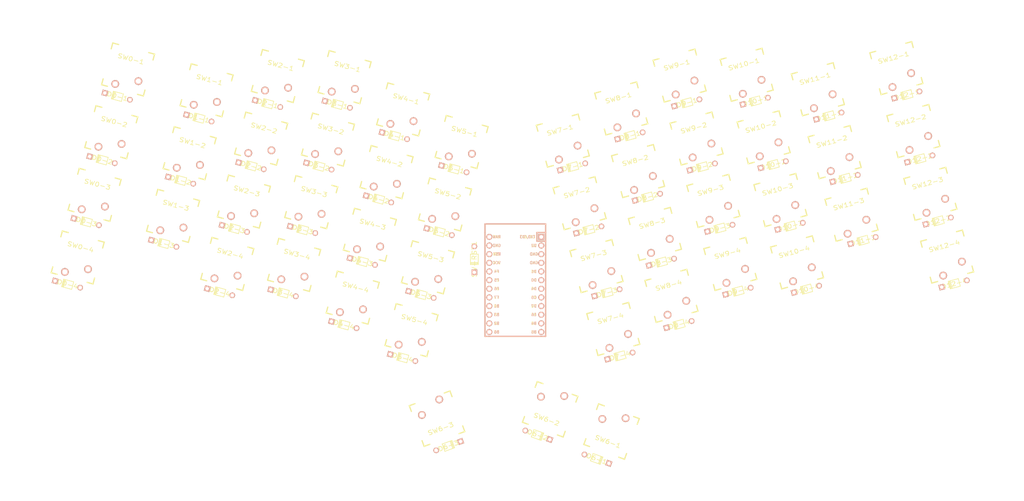
<source format=kicad_pcb>
(kicad_pcb (version 20171130) (host pcbnew 5.1.4)
  (layers (0 F.Cu signal) (31 B.Cu signal) (34 B.Paste user) (35 F.Paste user) (36 B.SilkS user) (37 F.SilkS user) (38 B.Mask user) (39 F.Mask user) (44 Edge.Cuts user))
  (net 0 "")
  (net 1 /COL0)
  (net 2 "Net-(D0-1-Pad1)")
  (net 3 "Net-(D0-2-Pad1)")
  (net 4 "Net-(D0-3-Pad1)")
  (net 5 "Net-(D0-4-Pad1)")
  (net 6 /COL1)
  (net 7 "Net-(D1-1-Pad1)")
  (net 8 "Net-(D1-2-Pad1)")
  (net 9 "Net-(D1-3-Pad1)")
  (net 10 /COL10)
  (net 11 "Net-(D10-1-Pad1)")
  (net 12 "Net-(D10-2-Pad1)")
  (net 13 "Net-(D10-3-Pad1)")
  (net 14 "Net-(D10-4-Pad1)")
  (net 15 /COL11)
  (net 16 "Net-(D11-1-Pad1)")
  (net 17 "Net-(D11-2-Pad1)")
  (net 18 "Net-(D11-3-Pad1)")
  (net 19 /COL12)
  (net 20 "Net-(D12-1-Pad1)")
  (net 21 "Net-(D12-2-Pad1)")
  (net 22 "Net-(D12-3-Pad1)")
  (net 23 "Net-(D12-4-Pad1)")
  (net 24 /COL2)
  (net 25 "Net-(D2-1-Pad1)")
  (net 26 "Net-(D2-2-Pad1)")
  (net 27 "Net-(D2-3-Pad1)")
  (net 28 "Net-(D2-4-Pad1)")
  (net 29 /COL3)
  (net 30 "Net-(D3-1-Pad1)")
  (net 31 "Net-(D3-2-Pad1)")
  (net 32 "Net-(D3-3-Pad1)")
  (net 33 "Net-(D3-4-Pad1)")
  (net 34 /COL4)
  (net 35 "Net-(D4-1-Pad1)")
  (net 36 "Net-(D4-2-Pad1)")
  (net 37 "Net-(D4-3-Pad1)")
  (net 38 "Net-(D4-4-Pad1)")
  (net 39 /COL5)
  (net 40 "Net-(D5-1-Pad1)")
  (net 41 "Net-(D5-2-Pad1)")
  (net 42 "Net-(D5-3-Pad1)")
  (net 43 "Net-(D5-4-Pad1)")
  (net 44 /COL6)
  (net 45 "Net-(D6-1-Pad1)")
  (net 46 "Net-(D6-2-Pad1)")
  (net 47 "Net-(D6-3-Pad1)")
  (net 48 /COL7)
  (net 49 "Net-(D7-1-Pad1)")
  (net 50 "Net-(D7-2-Pad1)")
  (net 51 "Net-(D7-3-Pad1)")
  (net 52 "Net-(D7-4-Pad1)")
  (net 53 /COL8)
  (net 54 "Net-(D8-1-Pad1)")
  (net 55 "Net-(D8-2-Pad1)")
  (net 56 "Net-(D8-3-Pad1)")
  (net 57 "Net-(D8-4-Pad1)")
  (net 58 /COL9)
  (net 59 "Net-(D9-1-Pad1)")
  (net 60 "Net-(D9-2-Pad1)")
  (net 61 "Net-(D9-3-Pad1)")
  (net 62 "Net-(D9-4-Pad1)")
  (net 63 "Net-(SW-RST1-Pad2)")
  (net 64 GND)
  (net 65 /ROW-1)
  (net 66 /ROW-2)
  (net 67 /ROW-3)
  (net 68 /ROW-4)
  (net 69 "Net-(U1-Pad24)")
  (net 70 VCC)
  (net 71 "Net-(U1-Pad2)")
  (module Keebio-Parts.pretty:ArduinoProMicro (layer B.Cu) (at 148.6662 105.3338 270)
    (fp_text reference U1 hide)
    (fp_text value ARDUINO_PRO_MICRO hide)
    (fp_text user ST (at -8.91 5.04) (layer F.SilkS) (effects (font (size 0.8 0.8))))
    (fp_text user TX0/D3 (at -13.97 -3.571872) (layer B.SilkS) (effects (font (size 0.8 0.8)) (justify mirror)))
    (fp_text user TX0/D3 (at -13.97 -3.571872) (layer F.SilkS) (effects (font (size 0.8 0.8))))
    (fp_text user D2 (at -11.43 -5.461) (layer B.SilkS) (effects (font (size 0.8 0.8)) (justify mirror)))
    (fp_text user D0 (at -1.27 -5.461) (layer B.SilkS) (effects (font (size 0.8 0.8)) (justify mirror)))
    (fp_text user D1 (at -3.81 -5.461) (layer B.SilkS) (effects (font (size 0.8 0.8)) (justify mirror)))
    (fp_text user GND (at -6.35 -5.461) (layer B.SilkS) (effects (font (size 0.8 0.8)) (justify mirror)))
    (fp_text user GND (at -8.89 -5.461) (layer B.SilkS) (effects (font (size 0.8 0.8)) (justify mirror)))
    (fp_text user D4 (at 1.27 -5.461) (layer B.SilkS) (effects (font (size 0.8 0.8)) (justify mirror)))
    (fp_text user C6 (at 3.81 -5.461) (layer B.SilkS) (effects (font (size 0.8 0.8)) (justify mirror)))
    (fp_text user D7 (at 6.35 -5.461) (layer B.SilkS) (effects (font (size 0.8 0.8)) (justify mirror)))
    (fp_text user E6 (at 8.89 -5.461) (layer B.SilkS) (effects (font (size 0.8 0.8)) (justify mirror)))
    (fp_text user B4 (at 11.43 -5.461) (layer B.SilkS) (effects (font (size 0.8 0.8)) (justify mirror)))
    (fp_text user B5 (at 13.97 -5.461) (layer B.SilkS) (effects (font (size 0.8 0.8)) (justify mirror)))
    (fp_text user B6 (at 13.97 5.461) (layer B.SilkS) (effects (font (size 0.8 0.8)) (justify mirror)))
    (fp_text user B2 (at 11.43 5.461) (layer F.SilkS) (effects (font (size 0.8 0.8))))
    (fp_text user B3 (at 8.89 5.461) (layer B.SilkS) (effects (font (size 0.8 0.8)) (justify mirror)))
    (fp_text user B1 (at 6.35 5.461) (layer B.SilkS) (effects (font (size 0.8 0.8)) (justify mirror)))
    (fp_text user F7 (at 3.81 5.461) (layer F.SilkS) (effects (font (size 0.8 0.8))))
    (fp_text user F6 (at 1.27 5.461) (layer F.SilkS) (effects (font (size 0.8 0.8))))
    (fp_text user F5 (at -1.27 5.461) (layer F.SilkS) (effects (font (size 0.8 0.8))))
    (fp_text user F4 (at -3.81 5.461) (layer B.SilkS) (effects (font (size 0.8 0.8)) (justify mirror)))
    (fp_text user VCC (at -6.35 5.461) (layer B.SilkS) (effects (font (size 0.8 0.8)) (justify mirror)))
    (fp_text user ST (at -8.92 5.73312) (layer B.SilkS) (effects (font (size 0.8 0.8)) (justify mirror)))
    (fp_text user GND (at -11.43 5.461) (layer B.SilkS) (effects (font (size 0.8 0.8)) (justify mirror)))
    (fp_text user RAW (at -13.97 5.461) (layer B.SilkS) (effects (font (size 0.8 0.8)) (justify mirror)))
    (fp_text user RAW (at -13.97 5.461) (layer F.SilkS) (effects (font (size 0.8 0.8))))
    (fp_text user GND (at -11.43 5.461) (layer F.SilkS) (effects (font (size 0.8 0.8))))
    (fp_text user VCC (at -6.35 5.461) (layer F.SilkS) (effects (font (size 0.8 0.8))))
    (fp_text user F4 (at -3.81 5.461) (layer F.SilkS) (effects (font (size 0.8 0.8))))
    (fp_text user F5 (at -1.27 5.461) (layer B.SilkS) (effects (font (size 0.8 0.8)) (justify mirror)))
    (fp_text user F6 (at 1.27 5.461) (layer B.SilkS) (effects (font (size 0.8 0.8)) (justify mirror)))
    (fp_text user F7 (at 3.81 5.461) (layer B.SilkS) (effects (font (size 0.8 0.8)) (justify mirror)))
    (fp_text user B1 (at 6.35 5.461) (layer F.SilkS) (effects (font (size 0.8 0.8))))
    (fp_text user B3 (at 8.89 5.461) (layer F.SilkS) (effects (font (size 0.8 0.8))))
    (fp_text user B2 (at 11.43 5.461) (layer B.SilkS) (effects (font (size 0.8 0.8)) (justify mirror)))
    (fp_text user B6 (at 13.97 5.461) (layer F.SilkS) (effects (font (size 0.8 0.8))))
    (fp_text user B5 (at 13.97 -5.461) (layer F.SilkS) (effects (font (size 0.8 0.8))))
    (fp_text user B4 (at 11.43 -5.461) (layer F.SilkS) (effects (font (size 0.8 0.8))))
    (fp_text user E6 (at 8.89 -5.461) (layer F.SilkS) (effects (font (size 0.8 0.8))))
    (fp_text user D7 (at 6.35 -5.461) (layer F.SilkS) (effects (font (size 0.8 0.8))))
    (fp_text user C6 (at 3.81 -5.461) (layer F.SilkS) (effects (font (size 0.8 0.8))))
    (fp_text user D4 (at 1.27 -5.461) (layer F.SilkS) (effects (font (size 0.8 0.8))))
    (fp_text user GND (at -8.89 -5.461) (layer F.SilkS) (effects (font (size 0.8 0.8))))
    (fp_text user GND (at -6.35 -5.461) (layer F.SilkS) (effects (font (size 0.8 0.8))))
    (fp_text user D1 (at -3.81 -5.461) (layer F.SilkS) (effects (font (size 0.8 0.8))))
    (fp_text user D0 (at -1.27 -5.461) (layer F.SilkS) (effects (font (size 0.8 0.8))))
    (fp_text user D2 (at -11.43 -5.461) (layer F.SilkS) (effects (font (size 0.8 0.8))))
    (pad 24 thru_hole circle (at -13.97 7.62 270) (size 1.7526 1.7526) (drill 1.0922) (layers *.Cu *.SilkS *.Mask) (net 69 "Net-(U1-Pad24)"))
    (pad 12 thru_hole circle (at 13.97 -7.62 270) (size 1.7526 1.7526) (drill 1.0922) (layers *.Cu *.SilkS *.Mask) (net 53 /COL8))
    (pad 23 thru_hole circle (at -11.43 7.62 270) (size 1.7526 1.7526) (drill 1.0922) (layers *.Cu *.SilkS *.Mask) (net 64 GND))
    (pad 22 thru_hole circle (at -8.89 7.62 270) (size 1.7526 1.7526) (drill 1.0922) (layers *.Cu *.SilkS *.Mask) (net 63 "Net-(SW-RST1-Pad2)"))
    (pad 21 thru_hole circle (at -6.35 7.62 270) (size 1.7526 1.7526) (drill 1.0922) (layers *.Cu *.SilkS *.Mask) (net 70 VCC))
    (pad 20 thru_hole circle (at -3.81 7.62 270) (size 1.7526 1.7526) (drill 1.0922) (layers *.Cu *.SilkS *.Mask) (net 1 /COL0))
    (pad 19 thru_hole circle (at -1.27 7.62 270) (size 1.7526 1.7526) (drill 1.0922) (layers *.Cu *.SilkS *.Mask) (net 6 /COL1))
    (pad 18 thru_hole circle (at 1.27 7.62 270) (size 1.7526 1.7526) (drill 1.0922) (layers *.Cu *.SilkS *.Mask) (net 24 /COL2))
    (pad 17 thru_hole circle (at 3.81 7.62 270) (size 1.7526 1.7526) (drill 1.0922) (layers *.Cu *.SilkS *.Mask) (net 29 /COL3))
    (pad 16 thru_hole circle (at 6.35 7.62 270) (size 1.7526 1.7526) (drill 1.0922) (layers *.Cu *.SilkS *.Mask) (net 34 /COL4))
    (pad 15 thru_hole circle (at 8.89 7.62 270) (size 1.7526 1.7526) (drill 1.0922) (layers *.Cu *.SilkS *.Mask) (net 39 /COL5))
    (pad 14 thru_hole circle (at 11.43 7.62 270) (size 1.7526 1.7526) (drill 1.0922) (layers *.Cu *.SilkS *.Mask) (net 44 /COL6))
    (pad 13 thru_hole circle (at 13.97 7.62 270) (size 1.7526 1.7526) (drill 1.0922) (layers *.Cu *.SilkS *.Mask) (net 48 /COL7))
    (pad 11 thru_hole circle (at 11.43 -7.62 270) (size 1.7526 1.7526) (drill 1.0922) (layers *.Cu *.SilkS *.Mask) (net 58 /COL9))
    (pad 10 thru_hole circle (at 8.89 -7.62 270) (size 1.7526 1.7526) (drill 1.0922) (layers *.Cu *.SilkS *.Mask) (net 10 /COL10))
    (pad 9 thru_hole circle (at 6.35 -7.62 270) (size 1.7526 1.7526) (drill 1.0922) (layers *.Cu *.SilkS *.Mask) (net 15 /COL11))
    (pad 8 thru_hole circle (at 3.81 -7.62 270) (size 1.7526 1.7526) (drill 1.0922) (layers *.Cu *.SilkS *.Mask) (net 19 /COL12))
    (pad 7 thru_hole circle (at 1.27 -7.62 270) (size 1.7526 1.7526) (drill 1.0922) (layers *.Cu *.SilkS *.Mask) (net 68 /ROW-4))
    (pad 6 thru_hole circle (at -1.27 -7.62 270) (size 1.7526 1.7526) (drill 1.0922) (layers *.Cu *.SilkS *.Mask) (net 67 /ROW-3))
    (pad 5 thru_hole circle (at -3.81 -7.62 270) (size 1.7526 1.7526) (drill 1.0922) (layers *.Cu *.SilkS *.Mask) (net 66 /ROW-2))
    (pad 4 thru_hole circle (at -6.35 -7.62 270) (size 1.7526 1.7526) (drill 1.0922) (layers *.Cu *.SilkS *.Mask) (net 64 GND))
    (pad 3 thru_hole circle (at -8.89 -7.62 270) (size 1.7526 1.7526) (drill 1.0922) (layers *.Cu *.SilkS *.Mask) (net 64 GND))
    (pad 2 thru_hole circle (at -11.43 -7.62 270) (size 1.7526 1.7526) (drill 1.0922) (layers *.Cu *.SilkS *.Mask) (net 71 "Net-(U1-Pad2)"))
    (pad 1 thru_hole rect (at -13.97 -7.62 270) (size 1.7526 1.7526) (drill 1.0922) (layers *.Cu *.SilkS *.Mask) (net 65 /ROW-1))
  )
  (module Keebio-Parts.pretty:MX_PCB_100H (layer F.Cu) (at 211.7598 99.314 195)
    (fp_text reference SW9-4 (at 0 3.175 15) (layer F.SilkS) (effects (font (size 1.27 1.524) (thickness 0.2032))))
    (fp_text value SWITCH_PUSH hide)
    (pad HOLE np_thru_hole circle (at 5.08 0 195) (size 1.8 1.8) (drill 1.8) (layers *.Cu))
    (pad HOLE np_thru_hole circle (at -5.08 0 195) (size 1.8 1.8) (drill 1.8) (layers *.Cu))
    (pad HOLE np_thru_hole circle (at 0 0 195) (size 3.9878 3.9878) (drill 3.9878) (layers *.Cu))
    (pad 2 thru_hole circle (at -3.81 -2.54 195) (size 2.286 2.286) (drill 1.4986) (layers *.Cu *.SilkS *.Mask) (net 62 "Net-(D9-4-Pad1)"))
    (pad 1 thru_hole circle (at 2.54 -5.08 195) (size 2.286 2.286) (drill 1.4986) (layers *.Cu *.SilkS *.Mask) (net 68 /ROW-4))
  )
  (module Keebio-Parts.pretty:MX_PCB_100H (layer F.Cu) (at 206.7814 80.7974 195)
    (fp_text reference SW9-3 (at 0 3.175 15) (layer F.SilkS) (effects (font (size 1.27 1.524) (thickness 0.2032))))
    (fp_text value SWITCH_PUSH hide)
    (pad HOLE np_thru_hole circle (at 5.08 0 195) (size 1.8 1.8) (drill 1.8) (layers *.Cu))
    (pad HOLE np_thru_hole circle (at -5.08 0 195) (size 1.8 1.8) (drill 1.8) (layers *.Cu))
    (pad HOLE np_thru_hole circle (at 0 0 195) (size 3.9878 3.9878) (drill 3.9878) (layers *.Cu))
    (pad 2 thru_hole circle (at -3.81 -2.54 195) (size 2.286 2.286) (drill 1.4986) (layers *.Cu *.SilkS *.Mask) (net 61 "Net-(D9-3-Pad1)"))
    (pad 1 thru_hole circle (at 2.54 -5.08 195) (size 2.286 2.286) (drill 1.4986) (layers *.Cu *.SilkS *.Mask) (net 67 /ROW-3))
  )
  (module Keebio-Parts.pretty:MX_PCB_100H (layer F.Cu) (at 201.8538 62.484 195)
    (fp_text reference SW9-2 (at 0 3.175 15) (layer F.SilkS) (effects (font (size 1.27 1.524) (thickness 0.2032))))
    (fp_text value SWITCH_PUSH hide)
    (pad HOLE np_thru_hole circle (at 5.08 0 195) (size 1.8 1.8) (drill 1.8) (layers *.Cu))
    (pad HOLE np_thru_hole circle (at -5.08 0 195) (size 1.8 1.8) (drill 1.8) (layers *.Cu))
    (pad HOLE np_thru_hole circle (at 0 0 195) (size 3.9878 3.9878) (drill 3.9878) (layers *.Cu))
    (pad 2 thru_hole circle (at -3.81 -2.54 195) (size 2.286 2.286) (drill 1.4986) (layers *.Cu *.SilkS *.Mask) (net 60 "Net-(D9-2-Pad1)"))
    (pad 1 thru_hole circle (at 2.54 -5.08 195) (size 2.286 2.286) (drill 1.4986) (layers *.Cu *.SilkS *.Mask) (net 66 /ROW-2))
  )
  (module Keebio-Parts.pretty:MX_PCB_100H (layer F.Cu) (at 196.8754 43.9928 195)
    (fp_text reference SW9-1 (at 0 3.175 15) (layer F.SilkS) (effects (font (size 1.27 1.524) (thickness 0.2032))))
    (fp_text value SWITCH_PUSH hide)
    (pad HOLE np_thru_hole circle (at 5.08 0 195) (size 1.8 1.8) (drill 1.8) (layers *.Cu))
    (pad HOLE np_thru_hole circle (at -5.08 0 195) (size 1.8 1.8) (drill 1.8) (layers *.Cu))
    (pad HOLE np_thru_hole circle (at 0 0 195) (size 3.9878 3.9878) (drill 3.9878) (layers *.Cu))
    (pad 2 thru_hole circle (at -3.81 -2.54 195) (size 2.286 2.286) (drill 1.4986) (layers *.Cu *.SilkS *.Mask) (net 59 "Net-(D9-1-Pad1)"))
    (pad 1 thru_hole circle (at 2.54 -5.08 195) (size 2.286 2.286) (drill 1.4986) (layers *.Cu *.SilkS *.Mask) (net 65 /ROW-1))
  )
  (module Keebio-Parts.pretty:MX_PCB_100H (layer F.Cu) (at 194.4878 108.6866 195)
    (fp_text reference SW8-4 (at 0 3.175 15) (layer F.SilkS) (effects (font (size 1.27 1.524) (thickness 0.2032))))
    (fp_text value SWITCH_PUSH hide)
    (pad HOLE np_thru_hole circle (at 5.08 0 195) (size 1.8 1.8) (drill 1.8) (layers *.Cu))
    (pad HOLE np_thru_hole circle (at -5.08 0 195) (size 1.8 1.8) (drill 1.8) (layers *.Cu))
    (pad HOLE np_thru_hole circle (at 0 0 195) (size 3.9878 3.9878) (drill 3.9878) (layers *.Cu))
    (pad 2 thru_hole circle (at -3.81 -2.54 195) (size 2.286 2.286) (drill 1.4986) (layers *.Cu *.SilkS *.Mask) (net 57 "Net-(D8-4-Pad1)"))
    (pad 1 thru_hole circle (at 2.54 -5.08 195) (size 2.286 2.286) (drill 1.4986) (layers *.Cu *.SilkS *.Mask) (net 68 /ROW-4))
  )
  (module Keebio-Parts.pretty:MX_PCB_100H (layer F.Cu) (at 189.6364 90.5002 195)
    (fp_text reference SW8-3 (at 0 3.175 15) (layer F.SilkS) (effects (font (size 1.27 1.524) (thickness 0.2032))))
    (fp_text value SWITCH_PUSH hide)
    (pad HOLE np_thru_hole circle (at 5.08 0 195) (size 1.8 1.8) (drill 1.8) (layers *.Cu))
    (pad HOLE np_thru_hole circle (at -5.08 0 195) (size 1.8 1.8) (drill 1.8) (layers *.Cu))
    (pad HOLE np_thru_hole circle (at 0 0 195) (size 3.9878 3.9878) (drill 3.9878) (layers *.Cu))
    (pad 2 thru_hole circle (at -3.81 -2.54 195) (size 2.286 2.286) (drill 1.4986) (layers *.Cu *.SilkS *.Mask) (net 56 "Net-(D8-3-Pad1)"))
    (pad 1 thru_hole circle (at 2.54 -5.08 195) (size 2.286 2.286) (drill 1.4986) (layers *.Cu *.SilkS *.Mask) (net 67 /ROW-3))
  )
  (module Keebio-Parts.pretty:MX_PCB_100H (layer F.Cu) (at 184.6834 72.0344 195)
    (fp_text reference SW8-2 (at 0 3.175 15) (layer F.SilkS) (effects (font (size 1.27 1.524) (thickness 0.2032))))
    (fp_text value SWITCH_PUSH hide)
    (pad HOLE np_thru_hole circle (at 5.08 0 195) (size 1.8 1.8) (drill 1.8) (layers *.Cu))
    (pad HOLE np_thru_hole circle (at -5.08 0 195) (size 1.8 1.8) (drill 1.8) (layers *.Cu))
    (pad HOLE np_thru_hole circle (at 0 0 195) (size 3.9878 3.9878) (drill 3.9878) (layers *.Cu))
    (pad 2 thru_hole circle (at -3.81 -2.54 195) (size 2.286 2.286) (drill 1.4986) (layers *.Cu *.SilkS *.Mask) (net 55 "Net-(D8-2-Pad1)"))
    (pad 1 thru_hole circle (at 2.54 -5.08 195) (size 2.286 2.286) (drill 1.4986) (layers *.Cu *.SilkS *.Mask) (net 66 /ROW-2))
  )
  (module Keebio-Parts.pretty:MX_PCB_100H (layer F.Cu) (at 179.7558 53.6448 195)
    (fp_text reference SW8-1 (at 0 3.175 15) (layer F.SilkS) (effects (font (size 1.27 1.524) (thickness 0.2032))))
    (fp_text value SWITCH_PUSH hide)
    (pad HOLE np_thru_hole circle (at 5.08 0 195) (size 1.8 1.8) (drill 1.8) (layers *.Cu))
    (pad HOLE np_thru_hole circle (at -5.08 0 195) (size 1.8 1.8) (drill 1.8) (layers *.Cu))
    (pad HOLE np_thru_hole circle (at 0 0 195) (size 3.9878 3.9878) (drill 3.9878) (layers *.Cu))
    (pad 2 thru_hole circle (at -3.81 -2.54 195) (size 2.286 2.286) (drill 1.4986) (layers *.Cu *.SilkS *.Mask) (net 54 "Net-(D8-1-Pad1)"))
    (pad 1 thru_hole circle (at 2.54 -5.08 195) (size 2.286 2.286) (drill 1.4986) (layers *.Cu *.SilkS *.Mask) (net 65 /ROW-1))
  )
  (module Keebio-Parts.pretty:MX_PCB_100H (layer F.Cu) (at 177.419 118.4148 195)
    (fp_text reference SW7-4 (at 0 3.175 15) (layer F.SilkS) (effects (font (size 1.27 1.524) (thickness 0.2032))))
    (fp_text value SWITCH_PUSH hide)
    (pad HOLE np_thru_hole circle (at 5.08 0 195) (size 1.8 1.8) (drill 1.8) (layers *.Cu))
    (pad HOLE np_thru_hole circle (at -5.08 0 195) (size 1.8 1.8) (drill 1.8) (layers *.Cu))
    (pad HOLE np_thru_hole circle (at 0 0 195) (size 3.9878 3.9878) (drill 3.9878) (layers *.Cu))
    (pad 2 thru_hole circle (at -3.81 -2.54 195) (size 2.286 2.286) (drill 1.4986) (layers *.Cu *.SilkS *.Mask) (net 52 "Net-(D7-4-Pad1)"))
    (pad 1 thru_hole circle (at 2.54 -5.08 195) (size 2.286 2.286) (drill 1.4986) (layers *.Cu *.SilkS *.Mask) (net 68 /ROW-4))
  )
  (module Keebio-Parts.pretty:MX_PCB_100H (layer F.Cu) (at 172.4914 99.949 195)
    (fp_text reference SW7-3 (at 0 3.175 15) (layer F.SilkS) (effects (font (size 1.27 1.524) (thickness 0.2032))))
    (fp_text value SWITCH_PUSH hide)
    (pad HOLE np_thru_hole circle (at 5.08 0 195) (size 1.8 1.8) (drill 1.8) (layers *.Cu))
    (pad HOLE np_thru_hole circle (at -5.08 0 195) (size 1.8 1.8) (drill 1.8) (layers *.Cu))
    (pad HOLE np_thru_hole circle (at 0 0 195) (size 3.9878 3.9878) (drill 3.9878) (layers *.Cu))
    (pad 2 thru_hole circle (at -3.81 -2.54 195) (size 2.286 2.286) (drill 1.4986) (layers *.Cu *.SilkS *.Mask) (net 51 "Net-(D7-3-Pad1)"))
    (pad 1 thru_hole circle (at 2.54 -5.08 195) (size 2.286 2.286) (drill 1.4986) (layers *.Cu *.SilkS *.Mask) (net 67 /ROW-3))
  )
  (module Keebio-Parts.pretty:MX_PCB_100H (layer F.Cu) (at 167.5384 81.4832 195)
    (fp_text reference SW7-2 (at 0 3.175 15) (layer F.SilkS) (effects (font (size 1.27 1.524) (thickness 0.2032))))
    (fp_text value SWITCH_PUSH hide)
    (pad HOLE np_thru_hole circle (at 5.08 0 195) (size 1.8 1.8) (drill 1.8) (layers *.Cu))
    (pad HOLE np_thru_hole circle (at -5.08 0 195) (size 1.8 1.8) (drill 1.8) (layers *.Cu))
    (pad HOLE np_thru_hole circle (at 0 0 195) (size 3.9878 3.9878) (drill 3.9878) (layers *.Cu))
    (pad 2 thru_hole circle (at -3.81 -2.54 195) (size 2.286 2.286) (drill 1.4986) (layers *.Cu *.SilkS *.Mask) (net 50 "Net-(D7-2-Pad1)"))
    (pad 1 thru_hole circle (at 2.54 -5.08 195) (size 2.286 2.286) (drill 1.4986) (layers *.Cu *.SilkS *.Mask) (net 66 /ROW-2))
  )
  (module Keebio-Parts.pretty:MX_PCB_100H (layer F.Cu) (at 162.6108 63.0936 195)
    (fp_text reference SW7-1 (at 0 3.175 15) (layer F.SilkS) (effects (font (size 1.27 1.524) (thickness 0.2032))))
    (fp_text value SWITCH_PUSH hide)
    (pad HOLE np_thru_hole circle (at 5.08 0 195) (size 1.8 1.8) (drill 1.8) (layers *.Cu))
    (pad HOLE np_thru_hole circle (at -5.08 0 195) (size 1.8 1.8) (drill 1.8) (layers *.Cu))
    (pad HOLE np_thru_hole circle (at 0 0 195) (size 3.9878 3.9878) (drill 3.9878) (layers *.Cu))
    (pad 2 thru_hole circle (at -3.81 -2.54 195) (size 2.286 2.286) (drill 1.4986) (layers *.Cu *.SilkS *.Mask) (net 49 "Net-(D7-1-Pad1)"))
    (pad 1 thru_hole circle (at 2.54 -5.08 195) (size 2.286 2.286) (drill 1.4986) (layers *.Cu *.SilkS *.Mask) (net 65 /ROW-1))
  )
  (module Keebio-Parts.pretty:MX_PCB_200H (layer F.Cu) (at 125.7046 144.7546 20)
    (fp_text reference SW6-3 (at 0 3.175 20) (layer F.SilkS) (effects (font (size 1.27 1.524) (thickness 0.2032))))
    (fp_text value SWITCH_PUSH hide)
    (pad HOLE np_thru_hole circle (at 11.938 8.255 20) (size 3.9878 3.9878) (drill 3.9878) (layers *.Cu))
    (pad HOLE np_thru_hole circle (at -11.938 8.255 20) (size 3.9878 3.9878) (drill 3.9878) (layers *.Cu))
    (pad HOLE np_thru_hole circle (at 11.938 -6.985 20) (size 3.048 3.048) (drill 3.048) (layers *.Cu))
    (pad HOLE np_thru_hole circle (at -11.938 -6.985 20) (size 3.048 3.048) (drill 3.048) (layers *.Cu))
    (pad HOLE np_thru_hole circle (at 5.08 0 20) (size 1.8 1.8) (drill 1.8) (layers *.Cu))
    (pad HOLE np_thru_hole circle (at -5.08 0 20) (size 1.8 1.8) (drill 1.8) (layers *.Cu))
    (pad HOLE np_thru_hole circle (at 0 0 20) (size 3.9878 3.9878) (drill 3.9878) (layers *.Cu))
    (pad 2 thru_hole circle (at -3.81 -2.54 20) (size 2.286 2.286) (drill 1.4986) (layers *.Cu *.SilkS *.Mask) (net 47 "Net-(D6-3-Pad1)"))
    (pad 1 thru_hole circle (at 2.54 -5.08 20) (size 2.286 2.286) (drill 1.4986) (layers *.Cu *.SilkS *.Mask) (net 68 /ROW-4))
  )
  (module Keebio-Parts.pretty:MX_PCB_100H (layer F.Cu) (at 158.9024 142.0114 340)
    (fp_text reference SW6-2 (at 0 3.175 160) (layer F.SilkS) (effects (font (size 1.27 1.524) (thickness 0.2032))))
    (fp_text value SWITCH_PUSH hide)
    (pad HOLE np_thru_hole circle (at 5.08 0 340) (size 1.8 1.8) (drill 1.8) (layers *.Cu))
    (pad HOLE np_thru_hole circle (at -5.08 0 340) (size 1.8 1.8) (drill 1.8) (layers *.Cu))
    (pad HOLE np_thru_hole circle (at 0 0 340) (size 3.9878 3.9878) (drill 3.9878) (layers *.Cu))
    (pad 2 thru_hole circle (at -3.81 -2.54 340) (size 2.286 2.286) (drill 1.4986) (layers *.Cu *.SilkS *.Mask) (net 46 "Net-(D6-2-Pad1)"))
    (pad 1 thru_hole circle (at 2.54 -5.08 340) (size 2.286 2.286) (drill 1.4986) (layers *.Cu *.SilkS *.Mask) (net 67 /ROW-3))
  )
  (module Keebio-Parts.pretty:MX_PCB_100H (layer F.Cu) (at 176.911 148.5392 340)
    (fp_text reference SW6-1 (at 0 3.175 160) (layer F.SilkS) (effects (font (size 1.27 1.524) (thickness 0.2032))))
    (fp_text value SWITCH_PUSH hide)
    (pad HOLE np_thru_hole circle (at 5.08 0 340) (size 1.8 1.8) (drill 1.8) (layers *.Cu))
    (pad HOLE np_thru_hole circle (at -5.08 0 340) (size 1.8 1.8) (drill 1.8) (layers *.Cu))
    (pad HOLE np_thru_hole circle (at 0 0 340) (size 3.9878 3.9878) (drill 3.9878) (layers *.Cu))
    (pad 2 thru_hole circle (at -3.81 -2.54 340) (size 2.286 2.286) (drill 1.4986) (layers *.Cu *.SilkS *.Mask) (net 45 "Net-(D6-1-Pad1)"))
    (pad 1 thru_hole circle (at 2.54 -5.08 340) (size 2.286 2.286) (drill 1.4986) (layers *.Cu *.SilkS *.Mask) (net 66 /ROW-2))
  )
  (module Keebio-Parts.pretty:MX_PCB_100H (layer F.Cu) (at 118.2116 118.7704 165)
    (fp_text reference SW5-4 (at 0 3.175 165) (layer F.SilkS) (effects (font (size 1.27 1.524) (thickness 0.2032))))
    (fp_text value SWITCH_PUSH hide)
    (pad HOLE np_thru_hole circle (at 5.08 0 165) (size 1.8 1.8) (drill 1.8) (layers *.Cu))
    (pad HOLE np_thru_hole circle (at -5.08 0 165) (size 1.8 1.8) (drill 1.8) (layers *.Cu))
    (pad HOLE np_thru_hole circle (at 0 0 165) (size 3.9878 3.9878) (drill 3.9878) (layers *.Cu))
    (pad 2 thru_hole circle (at -3.81 -2.54 165) (size 2.286 2.286) (drill 1.4986) (layers *.Cu *.SilkS *.Mask) (net 43 "Net-(D5-4-Pad1)"))
    (pad 1 thru_hole circle (at 2.54 -5.08 165) (size 2.286 2.286) (drill 1.4986) (layers *.Cu *.SilkS *.Mask) (net 68 /ROW-4))
  )
  (module Keebio-Parts.pretty:MX_PCB_100H (layer F.Cu) (at 123.0376 100.3046 165)
    (fp_text reference SW5-3 (at 0 3.175 165) (layer F.SilkS) (effects (font (size 1.27 1.524) (thickness 0.2032))))
    (fp_text value SWITCH_PUSH hide)
    (pad HOLE np_thru_hole circle (at 5.08 0 165) (size 1.8 1.8) (drill 1.8) (layers *.Cu))
    (pad HOLE np_thru_hole circle (at -5.08 0 165) (size 1.8 1.8) (drill 1.8) (layers *.Cu))
    (pad HOLE np_thru_hole circle (at 0 0 165) (size 3.9878 3.9878) (drill 3.9878) (layers *.Cu))
    (pad 2 thru_hole circle (at -3.81 -2.54 165) (size 2.286 2.286) (drill 1.4986) (layers *.Cu *.SilkS *.Mask) (net 42 "Net-(D5-3-Pad1)"))
    (pad 1 thru_hole circle (at 2.54 -5.08 165) (size 2.286 2.286) (drill 1.4986) (layers *.Cu *.SilkS *.Mask) (net 67 /ROW-3))
  )
  (module Keebio-Parts.pretty:MX_PCB_100H (layer F.Cu) (at 128.0414 81.8388 165)
    (fp_text reference SW5-2 (at 0 3.175 165) (layer F.SilkS) (effects (font (size 1.27 1.524) (thickness 0.2032))))
    (fp_text value SWITCH_PUSH hide)
    (pad "" np_thru_hole circle (at 5.08 0 165) (size 1.8 1.8) (drill 1.8) (layers *.Cu *.Mask))
    (pad "" np_thru_hole circle (at -5.08 0 165) (size 1.8 1.8) (drill 1.8) (layers *.Cu *.Mask))
    (pad "" np_thru_hole circle (at 0 0 165) (size 3.9878 3.9878) (drill 3.9878) (layers *.Cu *.Mask))
    (pad 2 thru_hole circle (at -3.81 -2.54 165) (size 2.286 2.286) (drill 1.4986) (layers *.Cu *.SilkS *.Mask) (net 41 "Net-(D5-2-Pad1)"))
    (pad 1 thru_hole circle (at 2.54 -5.08 165) (size 2.286 2.286) (drill 1.4986) (layers *.Cu *.SilkS *.Mask) (net 66 /ROW-2))
  )
  (module Keebio-Parts.pretty:MX_PCB_100H (layer F.Cu) (at 132.9182 63.5 165)
    (fp_text reference SW5-1 (at 0 3.175 165) (layer F.SilkS) (effects (font (size 1.27 1.524) (thickness 0.2032))))
    (fp_text value SWITCH_PUSH hide)
    (pad HOLE np_thru_hole circle (at 5.08 0 165) (size 1.8 1.8) (drill 1.8) (layers *.Cu))
    (pad HOLE np_thru_hole circle (at -5.08 0 165) (size 1.8 1.8) (drill 1.8) (layers *.Cu))
    (pad HOLE np_thru_hole circle (at 0 0 165) (size 3.9878 3.9878) (drill 3.9878) (layers *.Cu))
    (pad 2 thru_hole circle (at -3.81 -2.54 165) (size 2.286 2.286) (drill 1.4986) (layers *.Cu *.SilkS *.Mask) (net 40 "Net-(D5-1-Pad1)"))
    (pad 1 thru_hole circle (at 2.54 -5.08 165) (size 2.286 2.286) (drill 1.4986) (layers *.Cu *.SilkS *.Mask) (net 65 /ROW-1))
  )
  (module Keebio-Parts.pretty:MX_PCB_100H (layer F.Cu) (at 100.965 109.22 165)
    (fp_text reference SW4-4 (at 0 3.175 165) (layer F.SilkS) (effects (font (size 1.27 1.524) (thickness 0.2032))))
    (fp_text value SWITCH_PUSH hide)
    (pad HOLE np_thru_hole circle (at 5.08 0 165) (size 1.8 1.8) (drill 1.8) (layers *.Cu))
    (pad HOLE np_thru_hole circle (at -5.08 0 165) (size 1.8 1.8) (drill 1.8) (layers *.Cu))
    (pad HOLE np_thru_hole circle (at 0 0 165) (size 3.9878 3.9878) (drill 3.9878) (layers *.Cu))
    (pad 2 thru_hole circle (at -3.81 -2.54 165) (size 2.286 2.286) (drill 1.4986) (layers *.Cu *.SilkS *.Mask) (net 38 "Net-(D4-4-Pad1)"))
    (pad 1 thru_hole circle (at 2.54 -5.08 165) (size 2.286 2.286) (drill 1.4986) (layers *.Cu *.SilkS *.Mask) (net 68 /ROW-4))
  )
  (module Keebio-Parts.pretty:MX_PCB_100H (layer F.Cu) (at 105.9942 90.7542 165)
    (fp_text reference SW4-3 (at 0 3.175 165) (layer F.SilkS) (effects (font (size 1.27 1.524) (thickness 0.2032))))
    (fp_text value SWITCH_PUSH hide)
    (pad HOLE np_thru_hole circle (at 5.08 0 165) (size 1.8 1.8) (drill 1.8) (layers *.Cu))
    (pad HOLE np_thru_hole circle (at -5.08 0 165) (size 1.8 1.8) (drill 1.8) (layers *.Cu))
    (pad HOLE np_thru_hole circle (at 0 0 165) (size 3.9878 3.9878) (drill 3.9878) (layers *.Cu))
    (pad 2 thru_hole circle (at -3.81 -2.54 165) (size 2.286 2.286) (drill 1.4986) (layers *.Cu *.SilkS *.Mask) (net 37 "Net-(D4-3-Pad1)"))
    (pad 1 thru_hole circle (at 2.54 -5.08 165) (size 2.286 2.286) (drill 1.4986) (layers *.Cu *.SilkS *.Mask) (net 67 /ROW-3))
  )
  (module Keebio-Parts.pretty:MX_PCB_100H (layer F.Cu) (at 110.8964 72.3392 165)
    (fp_text reference SW4-2 (at 0 3.175 165) (layer F.SilkS) (effects (font (size 1.27 1.524) (thickness 0.2032))))
    (fp_text value SWITCH_PUSH hide)
    (pad HOLE np_thru_hole circle (at 5.08 0 165) (size 1.8 1.8) (drill 1.8) (layers *.Cu))
    (pad HOLE np_thru_hole circle (at -5.08 0 165) (size 1.8 1.8) (drill 1.8) (layers *.Cu))
    (pad HOLE np_thru_hole circle (at 0 0 165) (size 3.9878 3.9878) (drill 3.9878) (layers *.Cu))
    (pad 2 thru_hole circle (at -3.81 -2.54 165) (size 2.286 2.286) (drill 1.4986) (layers *.Cu *.SilkS *.Mask) (net 36 "Net-(D4-2-Pad1)"))
    (pad 1 thru_hole circle (at 2.54 -5.08 165) (size 2.286 2.286) (drill 1.4986) (layers *.Cu *.SilkS *.Mask) (net 66 /ROW-2))
  )
  (module Keebio-Parts.pretty:MX_PCB_100H (layer F.Cu) (at 115.7732 53.9242 165)
    (fp_text reference SW4-1 (at 0 3.175 165) (layer F.SilkS) (effects (font (size 1.27 1.524) (thickness 0.2032))))
    (fp_text value SWITCH_PUSH hide)
    (pad HOLE np_thru_hole circle (at 5.08 0 165) (size 1.8 1.8) (drill 1.8) (layers *.Cu))
    (pad HOLE np_thru_hole circle (at -5.08 0 165) (size 1.8 1.8) (drill 1.8) (layers *.Cu))
    (pad HOLE np_thru_hole circle (at 0 0 165) (size 3.9878 3.9878) (drill 3.9878) (layers *.Cu))
    (pad 2 thru_hole circle (at -3.81 -2.54 165) (size 2.286 2.286) (drill 1.4986) (layers *.Cu *.SilkS *.Mask) (net 35 "Net-(D4-1-Pad1)"))
    (pad 1 thru_hole circle (at 2.54 -5.08 165) (size 2.286 2.286) (drill 1.4986) (layers *.Cu *.SilkS *.Mask) (net 65 /ROW-1))
  )
  (module Keebio-Parts.pretty:MX_PCB_100H (layer F.Cu) (at 83.7692 99.5934 165)
    (fp_text reference SW3-4 (at 0 3.175 165) (layer F.SilkS) (effects (font (size 1.27 1.524) (thickness 0.2032))))
    (fp_text value SWITCH_PUSH hide)
    (pad HOLE np_thru_hole circle (at 5.08 0 165) (size 1.8 1.8) (drill 1.8) (layers *.Cu))
    (pad HOLE np_thru_hole circle (at -5.08 0 165) (size 1.8 1.8) (drill 1.8) (layers *.Cu))
    (pad HOLE np_thru_hole circle (at 0 0 165) (size 3.9878 3.9878) (drill 3.9878) (layers *.Cu))
    (pad 2 thru_hole circle (at -3.81 -2.54 165) (size 2.286 2.286) (drill 1.4986) (layers *.Cu *.SilkS *.Mask) (net 33 "Net-(D3-4-Pad1)"))
    (pad 1 thru_hole circle (at 2.54 -5.08 165) (size 2.286 2.286) (drill 1.4986) (layers *.Cu *.SilkS *.Mask) (net 68 /ROW-4))
  )
  (module Keebio-Parts.pretty:MX_PCB_100H (layer F.Cu) (at 88.7984 81.1784 165)
    (fp_text reference SW3-3 (at 0 3.175 165) (layer F.SilkS) (effects (font (size 1.27 1.524) (thickness 0.2032))))
    (fp_text value SWITCH_PUSH hide)
    (pad HOLE np_thru_hole circle (at 5.08 0 165) (size 1.8 1.8) (drill 1.8) (layers *.Cu))
    (pad HOLE np_thru_hole circle (at -5.08 0 165) (size 1.8 1.8) (drill 1.8) (layers *.Cu))
    (pad HOLE np_thru_hole circle (at 0 0 165) (size 3.9878 3.9878) (drill 3.9878) (layers *.Cu))
    (pad 2 thru_hole circle (at -3.81 -2.54 165) (size 2.286 2.286) (drill 1.4986) (layers *.Cu *.SilkS *.Mask) (net 32 "Net-(D3-3-Pad1)"))
    (pad 1 thru_hole circle (at 2.54 -5.08 165) (size 2.286 2.286) (drill 1.4986) (layers *.Cu *.SilkS *.Mask) (net 67 /ROW-3))
  )
  (module Keebio-Parts.pretty:MX_PCB_100H (layer F.Cu) (at 93.7006 62.7888 165)
    (fp_text reference SW3-2 (at 0 3.175 165) (layer F.SilkS) (effects (font (size 1.27 1.524) (thickness 0.2032))))
    (fp_text value SWITCH_PUSH hide)
    (pad HOLE np_thru_hole circle (at 5.08 0 165) (size 1.8 1.8) (drill 1.8) (layers *.Cu))
    (pad HOLE np_thru_hole circle (at -5.08 0 165) (size 1.8 1.8) (drill 1.8) (layers *.Cu))
    (pad HOLE np_thru_hole circle (at 0 0 165) (size 3.9878 3.9878) (drill 3.9878) (layers *.Cu))
    (pad 2 thru_hole circle (at -3.81 -2.54 165) (size 2.286 2.286) (drill 1.4986) (layers *.Cu *.SilkS *.Mask) (net 31 "Net-(D3-2-Pad1)"))
    (pad 1 thru_hole circle (at 2.54 -5.08 165) (size 2.286 2.286) (drill 1.4986) (layers *.Cu *.SilkS *.Mask) (net 66 /ROW-2))
  )
  (module Keebio-Parts.pretty:MX_PCB_100H (layer F.Cu) (at 98.5774 44.45 165)
    (fp_text reference SW3-1 (at 0 3.175 165) (layer F.SilkS) (effects (font (size 1.27 1.524) (thickness 0.2032))))
    (fp_text value SWITCH_PUSH hide)
    (pad HOLE np_thru_hole circle (at 5.08 0 165) (size 1.8 1.8) (drill 1.8) (layers *.Cu))
    (pad HOLE np_thru_hole circle (at -5.08 0 165) (size 1.8 1.8) (drill 1.8) (layers *.Cu))
    (pad HOLE np_thru_hole circle (at 0 0 165) (size 3.9878 3.9878) (drill 3.9878) (layers *.Cu))
    (pad 2 thru_hole circle (at -3.81 -2.54 165) (size 2.286 2.286) (drill 1.4986) (layers *.Cu *.SilkS *.Mask) (net 30 "Net-(D3-1-Pad1)"))
    (pad 1 thru_hole circle (at 2.54 -5.08 165) (size 2.286 2.286) (drill 1.4986) (layers *.Cu *.SilkS *.Mask) (net 65 /ROW-1))
  )
  (module Keebio-Parts.pretty:MX_PCB_100H (layer F.Cu) (at 64.1604 99.314 165)
    (fp_text reference SW2-4 (at 0 3.175 165) (layer F.SilkS) (effects (font (size 1.27 1.524) (thickness 0.2032))))
    (fp_text value SWITCH_PUSH hide)
    (pad HOLE np_thru_hole circle (at 5.08 0 165) (size 1.8 1.8) (drill 1.8) (layers *.Cu))
    (pad HOLE np_thru_hole circle (at -5.08 0 165) (size 1.8 1.8) (drill 1.8) (layers *.Cu))
    (pad HOLE np_thru_hole circle (at 0 0 165) (size 3.9878 3.9878) (drill 3.9878) (layers *.Cu))
    (pad 2 thru_hole circle (at -3.81 -2.54 165) (size 2.286 2.286) (drill 1.4986) (layers *.Cu *.SilkS *.Mask) (net 28 "Net-(D2-4-Pad1)"))
    (pad 1 thru_hole circle (at 2.54 -5.08 165) (size 2.286 2.286) (drill 1.4986) (layers *.Cu *.SilkS *.Mask) (net 68 /ROW-4))
  )
  (module Keebio-Parts.pretty:MX_PCB_100H (layer F.Cu) (at 69.0372 81.0006 165)
    (fp_text reference SW2-3 (at 0 3.175 165) (layer F.SilkS) (effects (font (size 1.27 1.524) (thickness 0.2032))))
    (fp_text value SWITCH_PUSH hide)
    (pad HOLE np_thru_hole circle (at 5.08 0 165) (size 1.8 1.8) (drill 1.8) (layers *.Cu))
    (pad HOLE np_thru_hole circle (at -5.08 0 165) (size 1.8 1.8) (drill 1.8) (layers *.Cu))
    (pad HOLE np_thru_hole circle (at 0 0 165) (size 3.9878 3.9878) (drill 3.9878) (layers *.Cu))
    (pad 2 thru_hole circle (at -3.81 -2.54 165) (size 2.286 2.286) (drill 1.4986) (layers *.Cu *.SilkS *.Mask) (net 27 "Net-(D2-3-Pad1)"))
    (pad 1 thru_hole circle (at 2.54 -5.08 165) (size 2.286 2.286) (drill 1.4986) (layers *.Cu *.SilkS *.Mask) (net 67 /ROW-3))
  )
  (module Keebio-Parts.pretty:MX_PCB_100H (layer F.Cu) (at 74.0918 62.5094 165)
    (fp_text reference SW2-2 (at 0 3.175 165) (layer F.SilkS) (effects (font (size 1.27 1.524) (thickness 0.2032))))
    (fp_text value SWITCH_PUSH hide)
    (pad HOLE np_thru_hole circle (at 5.08 0 165) (size 1.8 1.8) (drill 1.8) (layers *.Cu))
    (pad HOLE np_thru_hole circle (at -5.08 0 165) (size 1.8 1.8) (drill 1.8) (layers *.Cu))
    (pad HOLE np_thru_hole circle (at 0 0 165) (size 3.9878 3.9878) (drill 3.9878) (layers *.Cu))
    (pad 2 thru_hole circle (at -3.81 -2.54 165) (size 2.286 2.286) (drill 1.4986) (layers *.Cu *.SilkS *.Mask) (net 26 "Net-(D2-2-Pad1)"))
    (pad 1 thru_hole circle (at 2.54 -5.08 165) (size 2.286 2.286) (drill 1.4986) (layers *.Cu *.SilkS *.Mask) (net 66 /ROW-2))
  )
  (module Keebio-Parts.pretty:MX_PCB_100H (layer F.Cu) (at 78.994 44.1198 165)
    (fp_text reference SW2-1 (at 0 3.175 165) (layer F.SilkS) (effects (font (size 1.27 1.524) (thickness 0.2032))))
    (fp_text value SWITCH_PUSH hide)
    (pad HOLE np_thru_hole circle (at 5.08 0 165) (size 1.8 1.8) (drill 1.8) (layers *.Cu))
    (pad HOLE np_thru_hole circle (at -5.08 0 165) (size 1.8 1.8) (drill 1.8) (layers *.Cu))
    (pad HOLE np_thru_hole circle (at 0 0 165) (size 3.9878 3.9878) (drill 3.9878) (layers *.Cu))
    (pad 2 thru_hole circle (at -3.81 -2.54 165) (size 2.286 2.286) (drill 1.4986) (layers *.Cu *.SilkS *.Mask) (net 25 "Net-(D2-1-Pad1)"))
    (pad 1 thru_hole circle (at 2.54 -5.08 165) (size 2.286 2.286) (drill 1.4986) (layers *.Cu *.SilkS *.Mask) (net 65 /ROW-1))
  )
  (module Keebio-Parts.pretty:MX_PCB_150H (layer F.Cu) (at 275.3614 97.155 195)
    (fp_text reference SW12-4 (at 0 3.175 15) (layer F.SilkS) (effects (font (size 1.27 1.524) (thickness 0.2032))))
    (fp_text value SWITCH_PUSH hide)
    (pad HOLE np_thru_hole circle (at 5.08 0 195) (size 1.8 1.8) (drill 1.8) (layers *.Cu))
    (pad HOLE np_thru_hole circle (at -5.08 0 195) (size 1.8 1.8) (drill 1.8) (layers *.Cu))
    (pad HOLE np_thru_hole circle (at 0 0 195) (size 3.9878 3.9878) (drill 3.9878) (layers *.Cu))
    (pad 2 thru_hole circle (at -3.81 -2.54 195) (size 2.286 2.286) (drill 1.4986) (layers *.Cu *.SilkS *.Mask) (net 23 "Net-(D12-4-Pad1)"))
    (pad 1 thru_hole circle (at 2.54 -5.08 195) (size 2.286 2.286) (drill 1.4986) (layers *.Cu *.SilkS *.Mask) (net 68 /ROW-4))
  )
  (module Keebio-Parts.pretty:MX_PCB_150H (layer F.Cu) (at 270.4592 78.7146 195)
    (fp_text reference SW12-3 (at 0 3.175 15) (layer F.SilkS) (effects (font (size 1.27 1.524) (thickness 0.2032))))
    (fp_text value SWITCH_PUSH hide)
    (pad HOLE np_thru_hole circle (at 5.08 0 195) (size 1.8 1.8) (drill 1.8) (layers *.Cu))
    (pad HOLE np_thru_hole circle (at -5.08 0 195) (size 1.8 1.8) (drill 1.8) (layers *.Cu))
    (pad HOLE np_thru_hole circle (at 0 0 195) (size 3.9878 3.9878) (drill 3.9878) (layers *.Cu))
    (pad 2 thru_hole circle (at -3.81 -2.54 195) (size 2.286 2.286) (drill 1.4986) (layers *.Cu *.SilkS *.Mask) (net 22 "Net-(D12-3-Pad1)"))
    (pad 1 thru_hole circle (at 2.54 -5.08 195) (size 2.286 2.286) (drill 1.4986) (layers *.Cu *.SilkS *.Mask) (net 67 /ROW-3))
  )
  (module Keebio-Parts.pretty:MX_PCB_150H (layer F.Cu) (at 265.4808 60.280049 195)
    (fp_text reference SW12-2 (at 0 3.175 15) (layer F.SilkS) (effects (font (size 1.27 1.524) (thickness 0.2032))))
    (fp_text value SWITCH_PUSH hide)
    (pad HOLE np_thru_hole circle (at 5.08 0 195) (size 1.8 1.8) (drill 1.8) (layers *.Cu))
    (pad HOLE np_thru_hole circle (at -5.08 0 195) (size 1.8 1.8) (drill 1.8) (layers *.Cu))
    (pad HOLE np_thru_hole circle (at 0 0 195) (size 3.9878 3.9878) (drill 3.9878) (layers *.Cu))
    (pad 2 thru_hole circle (at -3.81 -2.54 195) (size 2.286 2.286) (drill 1.4986) (layers *.Cu *.SilkS *.Mask) (net 21 "Net-(D12-2-Pad1)"))
    (pad 1 thru_hole circle (at 2.54 -5.08 195) (size 2.286 2.286) (drill 1.4986) (layers *.Cu *.SilkS *.Mask) (net 66 /ROW-2))
  )
  (module Keebio-Parts.pretty:MX_PCB_150H (layer F.Cu) (at 260.477 41.8084 195)
    (fp_text reference SW12-1 (at 0 3.175 15) (layer F.SilkS) (effects (font (size 1.27 1.524) (thickness 0.2032))))
    (fp_text value SWITCH_PUSH hide)
    (pad HOLE np_thru_hole circle (at 5.08 0 195) (size 1.8 1.8) (drill 1.8) (layers *.Cu))
    (pad HOLE np_thru_hole circle (at -5.08 0 195) (size 1.8 1.8) (drill 1.8) (layers *.Cu))
    (pad HOLE np_thru_hole circle (at 0 0 195) (size 3.9878 3.9878) (drill 3.9878) (layers *.Cu))
    (pad 2 thru_hole circle (at -3.81 -2.54 195) (size 2.286 2.286) (drill 1.4986) (layers *.Cu *.SilkS *.Mask) (net 20 "Net-(D12-1-Pad1)"))
    (pad 1 thru_hole circle (at 2.54 -5.08 195) (size 2.286 2.286) (drill 1.4986) (layers *.Cu *.SilkS *.Mask) (net 65 /ROW-1))
  )
  (module Keebio-Parts.pretty:MX_PCB_100H (layer F.Cu) (at 247.3198 84.8614 195)
    (fp_text reference SW11-3 (at 0 3.175 15) (layer F.SilkS) (effects (font (size 1.27 1.524) (thickness 0.2032))))
    (fp_text value SWITCH_PUSH hide)
    (pad HOLE np_thru_hole circle (at 5.08 0 195) (size 1.8 1.8) (drill 1.8) (layers *.Cu))
    (pad HOLE np_thru_hole circle (at -5.08 0 195) (size 1.8 1.8) (drill 1.8) (layers *.Cu))
    (pad HOLE np_thru_hole circle (at 0 0 195) (size 3.9878 3.9878) (drill 3.9878) (layers *.Cu))
    (pad 2 thru_hole circle (at -3.81 -2.54 195) (size 2.286 2.286) (drill 1.4986) (layers *.Cu *.SilkS *.Mask) (net 18 "Net-(D11-3-Pad1)"))
    (pad 1 thru_hole circle (at 2.54 -5.08 195) (size 2.286 2.286) (drill 1.4986) (layers *.Cu *.SilkS *.Mask) (net 67 /ROW-3))
  )
  (module Keebio-Parts.pretty:MX_PCB_100H (layer F.Cu) (at 242.3668 66.4718 195)
    (fp_text reference SW11-2 (at 0 3.175 15) (layer F.SilkS) (effects (font (size 1.27 1.524) (thickness 0.2032))))
    (fp_text value SWITCH_PUSH hide)
    (pad HOLE np_thru_hole circle (at 5.08 0 195) (size 1.8 1.8) (drill 1.8) (layers *.Cu))
    (pad HOLE np_thru_hole circle (at -5.08 0 195) (size 1.8 1.8) (drill 1.8) (layers *.Cu))
    (pad HOLE np_thru_hole circle (at 0 0 195) (size 3.9878 3.9878) (drill 3.9878) (layers *.Cu))
    (pad 2 thru_hole circle (at -3.81 -2.54 195) (size 2.286 2.286) (drill 1.4986) (layers *.Cu *.SilkS *.Mask) (net 17 "Net-(D11-2-Pad1)"))
    (pad 1 thru_hole circle (at 2.54 -5.08 195) (size 2.286 2.286) (drill 1.4986) (layers *.Cu *.SilkS *.Mask) (net 66 /ROW-2))
  )
  (module Keebio-Parts.pretty:MX_PCB_100H (layer F.Cu) (at 237.4392 48.006 195)
    (fp_text reference SW11-1 (at 0 3.175 15) (layer F.SilkS) (effects (font (size 1.27 1.524) (thickness 0.2032))))
    (fp_text value SWITCH_PUSH hide)
    (pad HOLE np_thru_hole circle (at 5.08 0 195) (size 1.8 1.8) (drill 1.8) (layers *.Cu))
    (pad HOLE np_thru_hole circle (at -5.08 0 195) (size 1.8 1.8) (drill 1.8) (layers *.Cu))
    (pad HOLE np_thru_hole circle (at 0 0 195) (size 3.9878 3.9878) (drill 3.9878) (layers *.Cu))
    (pad 2 thru_hole circle (at -3.81 -2.54 195) (size 2.286 2.286) (drill 1.4986) (layers *.Cu *.SilkS *.Mask) (net 16 "Net-(D11-1-Pad1)"))
    (pad 1 thru_hole circle (at 2.54 -5.08 195) (size 2.286 2.286) (drill 1.4986) (layers *.Cu *.SilkS *.Mask) (net 65 /ROW-1))
  )
  (module Keebio-Parts.pretty:MX_PCB_100H (layer F.Cu) (at 231.3178 98.8568 195)
    (fp_text reference SW10-4 (at 0 3.175 15) (layer F.SilkS) (effects (font (size 1.27 1.524) (thickness 0.2032))))
    (fp_text value SWITCH_PUSH hide)
    (pad HOLE np_thru_hole circle (at 5.08 0 195) (size 1.8 1.8) (drill 1.8) (layers *.Cu))
    (pad HOLE np_thru_hole circle (at -5.08 0 195) (size 1.8 1.8) (drill 1.8) (layers *.Cu))
    (pad HOLE np_thru_hole circle (at 0 0 195) (size 3.9878 3.9878) (drill 3.9878) (layers *.Cu))
    (pad 2 thru_hole circle (at -3.81 -2.54 195) (size 2.286 2.286) (drill 1.4986) (layers *.Cu *.SilkS *.Mask) (net 14 "Net-(D10-4-Pad1)"))
    (pad 1 thru_hole circle (at 2.54 -5.08 195) (size 2.286 2.286) (drill 1.4986) (layers *.Cu *.SilkS *.Mask) (net 68 /ROW-4))
  )
  (module Keebio-Parts.pretty:MX_PCB_100H (layer F.Cu) (at 226.4664 80.5434 195)
    (fp_text reference SW10-3 (at 0 3.175 15) (layer F.SilkS) (effects (font (size 1.27 1.524) (thickness 0.2032))))
    (fp_text value SWITCH_PUSH hide)
    (pad HOLE np_thru_hole circle (at 5.08 0 195) (size 1.8 1.8) (drill 1.8) (layers *.Cu))
    (pad HOLE np_thru_hole circle (at -5.08 0 195) (size 1.8 1.8) (drill 1.8) (layers *.Cu))
    (pad HOLE np_thru_hole circle (at 0 0 195) (size 3.9878 3.9878) (drill 3.9878) (layers *.Cu))
    (pad 2 thru_hole circle (at -3.81 -2.54 195) (size 2.286 2.286) (drill 1.4986) (layers *.Cu *.SilkS *.Mask) (net 13 "Net-(D10-3-Pad1)"))
    (pad 1 thru_hole circle (at 2.54 -5.08 195) (size 2.286 2.286) (drill 1.4986) (layers *.Cu *.SilkS *.Mask) (net 67 /ROW-3))
  )
  (module Keebio-Parts.pretty:MX_PCB_100H (layer F.Cu) (at 221.5388 62.1284 195)
    (fp_text reference SW10-2 (at 0 3.175 15) (layer F.SilkS) (effects (font (size 1.27 1.524) (thickness 0.2032))))
    (fp_text value SWITCH_PUSH hide)
    (pad HOLE np_thru_hole circle (at 5.08 0 195) (size 1.8 1.8) (drill 1.8) (layers *.Cu))
    (pad HOLE np_thru_hole circle (at -5.08 0 195) (size 1.8 1.8) (drill 1.8) (layers *.Cu))
    (pad HOLE np_thru_hole circle (at 0 0 195) (size 3.9878 3.9878) (drill 3.9878) (layers *.Cu))
    (pad 2 thru_hole circle (at -3.81 -2.54 195) (size 2.286 2.286) (drill 1.4986) (layers *.Cu *.SilkS *.Mask) (net 12 "Net-(D10-2-Pad1)"))
    (pad 1 thru_hole circle (at 2.54 -5.08 195) (size 2.286 2.286) (drill 1.4986) (layers *.Cu *.SilkS *.Mask) (net 66 /ROW-2))
  )
  (module Keebio-Parts.pretty:MX_PCB_100H (layer F.Cu) (at 216.5604 43.7642 195)
    (fp_text reference SW10-1 (at 0 3.175 15) (layer F.SilkS) (effects (font (size 1.27 1.524) (thickness 0.2032))))
    (fp_text value SWITCH_PUSH hide)
    (pad HOLE np_thru_hole circle (at 5.08 0 195) (size 1.8 1.8) (drill 1.8) (layers *.Cu))
    (pad HOLE np_thru_hole circle (at -5.08 0 195) (size 1.8 1.8) (drill 1.8) (layers *.Cu))
    (pad HOLE np_thru_hole circle (at 0 0 195) (size 3.9878 3.9878) (drill 3.9878) (layers *.Cu))
    (pad 2 thru_hole circle (at -3.81 -2.54 195) (size 2.286 2.286) (drill 1.4986) (layers *.Cu *.SilkS *.Mask) (net 11 "Net-(D10-1-Pad1)"))
    (pad 1 thru_hole circle (at 2.54 -5.08 195) (size 2.286 2.286) (drill 1.4986) (layers *.Cu *.SilkS *.Mask) (net 65 /ROW-1))
  )
  (module Keebio-Parts.pretty:MX_PCB_100H (layer F.Cu) (at 48.26 85.1916 165)
    (fp_text reference SW1-3 (at 0 3.175 165) (layer F.SilkS) (effects (font (size 1.27 1.524) (thickness 0.2032))))
    (fp_text value SWITCH_PUSH hide)
    (pad HOLE np_thru_hole circle (at 5.08 0 165) (size 1.8 1.8) (drill 1.8) (layers *.Cu))
    (pad HOLE np_thru_hole circle (at -5.08 0 165) (size 1.8 1.8) (drill 1.8) (layers *.Cu))
    (pad HOLE np_thru_hole circle (at 0 0 165) (size 3.9878 3.9878) (drill 3.9878) (layers *.Cu))
    (pad 2 thru_hole circle (at -3.81 -2.54 165) (size 2.286 2.286) (drill 1.4986) (layers *.Cu *.SilkS *.Mask) (net 9 "Net-(D1-3-Pad1)"))
    (pad 1 thru_hole circle (at 2.54 -5.08 165) (size 2.286 2.286) (drill 1.4986) (layers *.Cu *.SilkS *.Mask) (net 67 /ROW-3))
  )
  (module Keebio-Parts.pretty:MX_PCB_100H (layer F.Cu) (at 53.1114 66.802 165)
    (fp_text reference SW1-2 (at 0 3.175 165) (layer F.SilkS) (effects (font (size 1.27 1.524) (thickness 0.2032))))
    (fp_text value SWITCH_PUSH hide)
    (pad HOLE np_thru_hole circle (at 5.08 0 165) (size 1.8 1.8) (drill 1.8) (layers *.Cu))
    (pad HOLE np_thru_hole circle (at -5.08 0 165) (size 1.8 1.8) (drill 1.8) (layers *.Cu))
    (pad HOLE np_thru_hole circle (at 0 0 165) (size 3.9878 3.9878) (drill 3.9878) (layers *.Cu))
    (pad 2 thru_hole circle (at -3.81 -2.54 165) (size 2.286 2.286) (drill 1.4986) (layers *.Cu *.SilkS *.Mask) (net 8 "Net-(D1-2-Pad1)"))
    (pad 1 thru_hole circle (at 2.54 -5.08 165) (size 2.286 2.286) (drill 1.4986) (layers *.Cu *.SilkS *.Mask) (net 66 /ROW-2))
  )
  (module Keebio-Parts.pretty:MX_PCB_100H (layer F.Cu) (at 58.0898 48.3108 165)
    (fp_text reference SW1-1 (at 0 3.175 165) (layer F.SilkS) (effects (font (size 1.27 1.524) (thickness 0.2032))))
    (fp_text value SWITCH_PUSH hide)
    (pad HOLE np_thru_hole circle (at 5.08 0 165) (size 1.8 1.8) (drill 1.8) (layers *.Cu))
    (pad HOLE np_thru_hole circle (at -5.08 0 165) (size 1.8 1.8) (drill 1.8) (layers *.Cu))
    (pad HOLE np_thru_hole circle (at 0 0 165) (size 3.9878 3.9878) (drill 3.9878) (layers *.Cu))
    (pad 2 thru_hole circle (at -3.81 -2.54 165) (size 2.286 2.286) (drill 1.4986) (layers *.Cu *.SilkS *.Mask) (net 7 "Net-(D1-1-Pad1)"))
    (pad 1 thru_hole circle (at 2.54 -5.08 165) (size 2.286 2.286) (drill 1.4986) (layers *.Cu *.SilkS *.Mask) (net 65 /ROW-1))
  )
  (module Keebio-Parts.pretty:MX_PCB_150H (layer F.Cu) (at 20.2692 97.409 165)
    (fp_text reference SW0-4 (at 0 3.175 165) (layer F.SilkS) (effects (font (size 1.27 1.524) (thickness 0.2032))))
    (fp_text value SWITCH_PUSH hide)
    (pad HOLE np_thru_hole circle (at 5.08 0 165) (size 1.8 1.8) (drill 1.8) (layers *.Cu))
    (pad HOLE np_thru_hole circle (at -5.08 0 165) (size 1.8 1.8) (drill 1.8) (layers *.Cu))
    (pad HOLE np_thru_hole circle (at 0 0 165) (size 3.9878 3.9878) (drill 3.9878) (layers *.Cu))
    (pad 2 thru_hole circle (at -3.81 -2.54 165) (size 2.286 2.286) (drill 1.4986) (layers *.Cu *.SilkS *.Mask) (net 5 "Net-(D0-4-Pad1)"))
    (pad 1 thru_hole circle (at 2.54 -5.08 165) (size 2.286 2.286) (drill 1.4986) (layers *.Cu *.SilkS *.Mask) (net 68 /ROW-4))
  )
  (module Keebio-Parts.pretty:MX_PCB_150H (layer F.Cu) (at 25.2222 79.0194 165)
    (fp_text reference SW0-3 (at 0 3.175 165) (layer F.SilkS) (effects (font (size 1.27 1.524) (thickness 0.2032))))
    (fp_text value SWITCH_PUSH hide)
    (pad HOLE np_thru_hole circle (at 5.08 0 165) (size 1.8 1.8) (drill 1.8) (layers *.Cu))
    (pad HOLE np_thru_hole circle (at -5.08 0 165) (size 1.8 1.8) (drill 1.8) (layers *.Cu))
    (pad HOLE np_thru_hole circle (at 0 0 165) (size 3.9878 3.9878) (drill 3.9878) (layers *.Cu))
    (pad 2 thru_hole circle (at -3.81 -2.54 165) (size 2.286 2.286) (drill 1.4986) (layers *.Cu *.SilkS *.Mask) (net 4 "Net-(D0-3-Pad1)"))
    (pad 1 thru_hole circle (at 2.54 -5.08 165) (size 2.286 2.286) (drill 1.4986) (layers *.Cu *.SilkS *.Mask) (net 67 /ROW-3))
  )
  (module Keebio-Parts.pretty:MX_PCB_150H (layer F.Cu) (at 30.1244 60.6298 165)
    (fp_text reference SW0-2 (at 0 3.175 165) (layer F.SilkS) (effects (font (size 1.27 1.524) (thickness 0.2032))))
    (fp_text value SWITCH_PUSH hide)
    (pad HOLE np_thru_hole circle (at 5.08 0 165) (size 1.8 1.8) (drill 1.8) (layers *.Cu))
    (pad HOLE np_thru_hole circle (at -5.08 0 165) (size 1.8 1.8) (drill 1.8) (layers *.Cu))
    (pad HOLE np_thru_hole circle (at 0 0 165) (size 3.9878 3.9878) (drill 3.9878) (layers *.Cu))
    (pad 2 thru_hole circle (at -3.81 -2.54 165) (size 2.286 2.286) (drill 1.4986) (layers *.Cu *.SilkS *.Mask) (net 3 "Net-(D0-2-Pad1)"))
    (pad 1 thru_hole circle (at 2.54 -5.08 165) (size 2.286 2.286) (drill 1.4986) (layers *.Cu *.SilkS *.Mask) (net 66 /ROW-2))
  )
  (module Keebio-Parts.pretty:MX_PCB_150H (layer F.Cu) (at 35.052 42.1894 165)
    (fp_text reference SW0-1 (at 0.001705 3.181361 165) (layer F.SilkS) (effects (font (size 1.27 1.524) (thickness 0.2032))))
    (fp_text value SWITCH_PUSH hide)
    (pad HOLE np_thru_hole circle (at 5.08 0 165) (size 1.8 1.8) (drill 1.8) (layers *.Cu))
    (pad HOLE np_thru_hole circle (at -5.08 0 165) (size 1.8 1.8) (drill 1.8) (layers *.Cu))
    (pad HOLE np_thru_hole circle (at 0 0 165) (size 3.9878 3.9878) (drill 3.9878) (layers *.Cu))
    (pad 2 thru_hole circle (at -3.81 -2.54 165) (size 2.286 2.286) (drill 1.4986) (layers *.Cu *.SilkS *.Mask) (net 2 "Net-(D0-1-Pad1)"))
    (pad 1 thru_hole circle (at 2.54 -5.08 165) (size 2.286 2.286) (drill 1.4986) (layers *.Cu *.SilkS *.Mask) (net 65 /ROW-1))
  )
  (module Keebio-Parts.pretty:Diode (layer F.Cu) (at 136.652 97.9678 270)
    (fp_text reference SW-RST1 (at 0 0 90) (layer F.SilkS) (effects (font (size 1.27 1.524) (thickness 0.2032))))
    (fp_text value SWITCH_PUSH hide)
    (pad 2 thru_hole rect (at 3.81 0 270) (size 1.651 1.651) (drill 0.9906) (layers *.Cu *.SilkS *.Mask) (net 63 "Net-(SW-RST1-Pad2)"))
    (pad 1 thru_hole circle (at -3.81 0 270) (size 1.651 1.651) (drill 0.9906) (layers *.Cu *.SilkS *.Mask) (net 64 GND))
  )
  (module Keebio-Parts.pretty:Diode (layer F.Cu) (at 214.0458 107.2896 195)
    (fp_text reference D9-4 (at 0 0 15) (layer F.SilkS) (effects (font (size 1.27 1.524) (thickness 0.2032))))
    (fp_text value DIODE hide)
    (pad 2 thru_hole rect (at 3.81 0 195) (size 1.651 1.651) (drill 0.9906) (layers *.Cu *.SilkS *.Mask) (net 58 /COL9))
    (pad 1 thru_hole circle (at -3.81 0 195) (size 1.651 1.651) (drill 0.9906) (layers *.Cu *.SilkS *.Mask) (net 62 "Net-(D9-4-Pad1)"))
  )
  (module Keebio-Parts.pretty:Diode (layer F.Cu) (at 208.7118 88.7984 195)
    (fp_text reference D9-3 (at 0 0 15) (layer F.SilkS) (effects (font (size 1.27 1.524) (thickness 0.2032))))
    (fp_text value DIODE hide)
    (pad 2 thru_hole rect (at 3.81 0 195) (size 1.651 1.651) (drill 0.9906) (layers *.Cu *.SilkS *.Mask) (net 58 /COL9))
    (pad 1 thru_hole circle (at -3.81 0 195) (size 1.651 1.651) (drill 0.9906) (layers *.Cu *.SilkS *.Mask) (net 61 "Net-(D9-3-Pad1)"))
  )
  (module Keebio-Parts.pretty:Diode (layer F.Cu) (at 203.5556 70.7898 195)
    (fp_text reference D9-2 (at 0 0 15) (layer F.SilkS) (effects (font (size 1.27 1.524) (thickness 0.2032))))
    (fp_text value DIODE hide)
    (pad 2 thru_hole rect (at 3.81 0 195) (size 1.651 1.651) (drill 0.9906) (layers *.Cu *.SilkS *.Mask) (net 58 /COL9))
    (pad 1 thru_hole circle (at -3.81 0 195) (size 1.651 1.651) (drill 0.9906) (layers *.Cu *.SilkS *.Mask) (net 60 "Net-(D9-2-Pad1)"))
  )
  (module Keebio-Parts.pretty:Diode (layer F.Cu) (at 199.009 51.9684 195)
    (fp_text reference D9-1 (at 0 0 15) (layer F.SilkS) (effects (font (size 1.27 1.524) (thickness 0.2032))))
    (fp_text value DIODE hide)
    (pad 2 thru_hole rect (at 3.81 0 195) (size 1.651 1.651) (drill 0.9906) (layers *.Cu *.SilkS *.Mask) (net 58 /COL9))
    (pad 1 thru_hole circle (at -3.81 0 195) (size 1.651 1.651) (drill 0.9906) (layers *.Cu *.SilkS *.Mask) (net 59 "Net-(D9-1-Pad1)"))
  )
  (module Keebio-Parts.pretty:Diode (layer F.Cu) (at 196.723 117.0686 195)
    (fp_text reference D8-4 (at 0 0 15) (layer F.SilkS) (effects (font (size 1.27 1.524) (thickness 0.2032))))
    (fp_text value DIODE hide)
    (pad 2 thru_hole rect (at 3.81 0 195) (size 1.651 1.651) (drill 0.9906) (layers *.Cu *.SilkS *.Mask) (net 53 /COL8))
    (pad 1 thru_hole circle (at -3.81 0 195) (size 1.651 1.651) (drill 0.9906) (layers *.Cu *.SilkS *.Mask) (net 57 "Net-(D8-4-Pad1)"))
  )
  (module Keebio-Parts.pretty:Diode (layer F.Cu) (at 191.5668 98.7552 195)
    (fp_text reference D8-3 (at 0 0 15) (layer F.SilkS) (effects (font (size 1.27 1.524) (thickness 0.2032))))
    (fp_text value DIODE hide)
    (pad 2 thru_hole rect (at 3.81 0 195) (size 1.651 1.651) (drill 0.9906) (layers *.Cu *.SilkS *.Mask) (net 53 /COL8))
    (pad 1 thru_hole circle (at -3.81 0 195) (size 1.651 1.651) (drill 0.9906) (layers *.Cu *.SilkS *.Mask) (net 56 "Net-(D8-3-Pad1)"))
  )
  (module Keebio-Parts.pretty:Diode (layer F.Cu) (at 187.4774 79.6798 195)
    (fp_text reference D8-2 (at 0 0 15) (layer F.SilkS) (effects (font (size 1.27 1.524) (thickness 0.2032))))
    (fp_text value DIODE hide)
    (pad 2 thru_hole rect (at 3.81 0 195) (size 1.651 1.651) (drill 0.9906) (layers *.Cu *.SilkS *.Mask) (net 53 /COL8))
    (pad 1 thru_hole circle (at -3.81 0 195) (size 1.651 1.651) (drill 0.9906) (layers *.Cu *.SilkS *.Mask) (net 55 "Net-(D8-2-Pad1)"))
  )
  (module Keebio-Parts.pretty:Diode (layer F.Cu) (at 182.3466 61.6458 195)
    (fp_text reference D8-1 (at 0 0 15) (layer F.SilkS) (effects (font (size 1.27 1.524) (thickness 0.2032))))
    (fp_text value DIODE hide)
    (pad 2 thru_hole rect (at 3.81 0 195) (size 1.651 1.651) (drill 0.9906) (layers *.Cu *.SilkS *.Mask) (net 53 /COL8))
    (pad 1 thru_hole circle (at -3.81 0 195) (size 1.651 1.651) (drill 0.9906) (layers *.Cu *.SilkS *.Mask) (net 54 "Net-(D8-1-Pad1)"))
  )
  (module Keebio-Parts.pretty:Diode (layer F.Cu) (at 179.4002 126.3142 195)
    (fp_text reference D7-4 (at 0 0 15) (layer F.SilkS) (effects (font (size 1.27 1.524) (thickness 0.2032))))
    (fp_text value DIODE hide)
    (pad 2 thru_hole rect (at 3.81 0 195) (size 1.651 1.651) (drill 0.9906) (layers *.Cu *.SilkS *.Mask) (net 48 /COL7))
    (pad 1 thru_hole circle (at -3.81 0 195) (size 1.651 1.651) (drill 0.9906) (layers *.Cu *.SilkS *.Mask) (net 52 "Net-(D7-4-Pad1)"))
  )
  (module Keebio-Parts.pretty:Diode (layer F.Cu) (at 175.5902 107.7468 195)
    (fp_text reference D7-3 (at 0 0 15) (layer F.SilkS) (effects (font (size 1.27 1.524) (thickness 0.2032))))
    (fp_text value DIODE hide)
    (pad 2 thru_hole rect (at 3.81 0 195) (size 1.651 1.651) (drill 0.9906) (layers *.Cu *.SilkS *.Mask) (net 48 /COL7))
    (pad 1 thru_hole circle (at -3.81 0 195) (size 1.651 1.651) (drill 0.9906) (layers *.Cu *.SilkS *.Mask) (net 51 "Net-(D7-3-Pad1)"))
  )
  (module Keebio-Parts.pretty:Diode (layer F.Cu) (at 170.2562 89.281 195)
    (fp_text reference D7-2 (at 0 0 15) (layer F.SilkS) (effects (font (size 1.27 1.524) (thickness 0.2032))))
    (fp_text value DIODE hide)
    (pad 2 thru_hole rect (at 3.81 0 195) (size 1.651 1.651) (drill 0.9906) (layers *.Cu *.SilkS *.Mask) (net 48 /COL7))
    (pad 1 thru_hole circle (at -3.81 0 195) (size 1.651 1.651) (drill 0.9906) (layers *.Cu *.SilkS *.Mask) (net 50 "Net-(D7-2-Pad1)"))
  )
  (module Keebio-Parts.pretty:Diode (layer F.Cu) (at 165.5064 70.7644 195)
    (fp_text reference D7-1 (at 0 0 15) (layer F.SilkS) (effects (font (size 1.27 1.524) (thickness 0.2032))))
    (fp_text value DIODE hide)
    (pad 2 thru_hole rect (at 3.81 0 195) (size 1.651 1.651) (drill 0.9906) (layers *.Cu *.SilkS *.Mask) (net 48 /COL7))
    (pad 1 thru_hole circle (at -3.81 0 195) (size 1.651 1.651) (drill 0.9906) (layers *.Cu *.SilkS *.Mask) (net 49 "Net-(D7-1-Pad1)"))
  )
  (module Keebio-Parts.pretty:Diode (layer F.Cu) (at 129.032 152.7556 20)
    (fp_text reference D6-3 (at 0 0 20) (layer F.SilkS) (effects (font (size 1.27 1.524) (thickness 0.2032))))
    (fp_text value DIODE hide)
    (pad 2 thru_hole rect (at 3.81 0 20) (size 1.651 1.651) (drill 0.9906) (layers *.Cu *.SilkS *.Mask) (net 44 /COL6))
    (pad 1 thru_hole circle (at -3.81 0 20) (size 1.651 1.651) (drill 0.9906) (layers *.Cu *.SilkS *.Mask) (net 47 "Net-(D6-3-Pad1)"))
  )
  (module Keebio-Parts.pretty:Diode (layer F.Cu) (at 155.194 149.5552 340)
    (fp_text reference D6-2 (at 0 0 160) (layer F.SilkS) (effects (font (size 1.27 1.524) (thickness 0.2032))))
    (fp_text value DIODE hide)
    (pad 2 thru_hole rect (at 3.81 0 340) (size 1.651 1.651) (drill 0.9906) (layers *.Cu *.SilkS *.Mask) (net 44 /COL6))
    (pad 1 thru_hole circle (at -3.81 0 340) (size 1.651 1.651) (drill 0.9906) (layers *.Cu *.SilkS *.Mask) (net 46 "Net-(D6-2-Pad1)"))
  )
  (module Keebio-Parts.pretty:Diode (layer F.Cu) (at 172.543371 156.583303 340)
    (fp_text reference D6-1 (at 0 0 160) (layer F.SilkS) (effects (font (size 1.27 1.524) (thickness 0.2032))))
    (fp_text value DIODE hide)
    (pad 2 thru_hole rect (at 3.81 0 340) (size 1.651 1.651) (drill 0.9906) (layers *.Cu *.SilkS *.Mask) (net 44 /COL6))
    (pad 1 thru_hole circle (at -3.81 0 340) (size 1.651 1.651) (drill 0.9906) (layers *.Cu *.SilkS *.Mask) (net 45 "Net-(D6-1-Pad1)"))
  )
  (module Keebio-Parts.pretty:Diode (layer F.Cu) (at 115.6462 126.8476 165)
    (fp_text reference D5-4 (at 0 0 165) (layer F.SilkS) (effects (font (size 1.27 1.524) (thickness 0.2032))))
    (fp_text value DIODE hide)
    (pad 2 thru_hole rect (at 3.81 0 165) (size 1.651 1.651) (drill 0.9906) (layers *.Cu *.SilkS *.Mask) (net 39 /COL5))
    (pad 1 thru_hole circle (at -3.81 0 165) (size 1.651 1.651) (drill 0.9906) (layers *.Cu *.SilkS *.Mask) (net 43 "Net-(D5-4-Pad1)"))
  )
  (module Keebio-Parts.pretty:Diode (layer F.Cu) (at 121.031 108.3056 165)
    (fp_text reference D5-3 (at 0 0 165) (layer F.SilkS) (effects (font (size 1.27 1.524) (thickness 0.2032))))
    (fp_text value DIODE hide)
    (pad 2 thru_hole rect (at 3.81 0 165) (size 1.651 1.651) (drill 0.9906) (layers *.Cu *.SilkS *.Mask) (net 39 /COL5))
    (pad 1 thru_hole circle (at -3.81 0 165) (size 1.651 1.651) (drill 0.9906) (layers *.Cu *.SilkS *.Mask) (net 42 "Net-(D5-3-Pad1)"))
  )
  (module Keebio-Parts.pretty:Diode (layer F.Cu) (at 126.365 89.8652 165)
    (fp_text reference D5-2 (at 0 0 165) (layer F.SilkS) (effects (font (size 1.27 1.524) (thickness 0.2032))))
    (fp_text value DIODE hide)
    (pad 2 thru_hole rect (at 3.81 0 165) (size 1.651 1.651) (drill 0.9906) (layers *.Cu *.SilkS *.Mask) (net 39 /COL5))
    (pad 1 thru_hole circle (at -3.81 0 165) (size 1.651 1.651) (drill 0.9906) (layers *.Cu *.SilkS *.Mask) (net 41 "Net-(D5-2-Pad1)"))
  )
  (module Keebio-Parts.pretty:Diode (layer F.Cu) (at 130.683 71.3994 165)
    (fp_text reference D5-1 (at 0 0 165) (layer F.SilkS) (effects (font (size 1.27 1.524) (thickness 0.2032))))
    (fp_text value DIODE hide)
    (pad 2 thru_hole rect (at 3.81 0 165) (size 1.651 1.651) (drill 0.9906) (layers *.Cu *.SilkS *.Mask) (net 39 /COL5))
    (pad 1 thru_hole circle (at -3.81 0 165) (size 1.651 1.651) (drill 0.9906) (layers *.Cu *.SilkS *.Mask) (net 40 "Net-(D5-1-Pad1)"))
  )
  (module Keebio-Parts.pretty:Diode (layer F.Cu) (at 98.3996 117.1956 165)
    (fp_text reference D4-4 (at 0 0 165) (layer F.SilkS) (effects (font (size 1.27 1.524) (thickness 0.2032))))
    (fp_text value DIODE hide)
    (pad 2 thru_hole rect (at 3.81 0 165) (size 1.651 1.651) (drill 0.9906) (layers *.Cu *.SilkS *.Mask) (net 34 /COL4))
    (pad 1 thru_hole circle (at -3.81 0 165) (size 1.651 1.651) (drill 0.9906) (layers *.Cu *.SilkS *.Mask) (net 38 "Net-(D4-4-Pad1)"))
  )
  (module Keebio-Parts.pretty:Diode (layer F.Cu) (at 103.8098 98.6028 165)
    (fp_text reference D4-3 (at 0 0 165) (layer F.SilkS) (effects (font (size 1.27 1.524) (thickness 0.2032))))
    (fp_text value DIODE hide)
    (pad 2 thru_hole rect (at 3.81 0 165) (size 1.651 1.651) (drill 0.9906) (layers *.Cu *.SilkS *.Mask) (net 34 /COL4))
    (pad 1 thru_hole circle (at -3.81 0 165) (size 1.651 1.651) (drill 0.9906) (layers *.Cu *.SilkS *.Mask) (net 37 "Net-(D4-3-Pad1)"))
  )
  (module Keebio-Parts.pretty:Diode (layer F.Cu) (at 108.585 80.264 165)
    (fp_text reference D4-2 (at 0 0 165) (layer F.SilkS) (effects (font (size 1.27 1.524) (thickness 0.2032))))
    (fp_text value DIODE hide)
    (pad 2 thru_hole rect (at 3.81 0 165) (size 1.651 1.651) (drill 0.9906) (layers *.Cu *.SilkS *.Mask) (net 34 /COL4))
    (pad 1 thru_hole circle (at -3.81 0 165) (size 1.651 1.651) (drill 0.9906) (layers *.Cu *.SilkS *.Mask) (net 36 "Net-(D4-2-Pad1)"))
  )
  (module Keebio-Parts.pretty:Diode (layer F.Cu) (at 113.2332 61.6712 165)
    (fp_text reference D4-1 (at 0 0 165) (layer F.SilkS) (effects (font (size 1.27 1.524) (thickness 0.2032))))
    (fp_text value DIODE hide)
    (pad 2 thru_hole rect (at 3.81 0 165) (size 1.651 1.651) (drill 0.9906) (layers *.Cu *.SilkS *.Mask) (net 34 /COL4))
    (pad 1 thru_hole circle (at -3.81 0 165) (size 1.651 1.651) (drill 0.9906) (layers *.Cu *.SilkS *.Mask) (net 35 "Net-(D4-1-Pad1)"))
  )
  (module Keebio-Parts.pretty:Diode (layer F.Cu) (at 80.5822 107.8278 165)
    (fp_text reference D3-4 (at 0 0 165) (layer F.SilkS) (effects (font (size 1.27 1.524) (thickness 0.2032))))
    (fp_text value DIODE hide)
    (pad 2 thru_hole rect (at 3.81 0 165) (size 1.651 1.651) (drill 0.9906) (layers *.Cu *.SilkS *.Mask) (net 29 /COL3))
    (pad 1 thru_hole circle (at -3.81 0 165) (size 1.651 1.651) (drill 0.9906) (layers *.Cu *.SilkS *.Mask) (net 33 "Net-(D3-4-Pad1)"))
  )
  (module Keebio-Parts.pretty:Diode (layer F.Cu) (at 86.2838 89.2556 165)
    (fp_text reference D3-3 (at 0 0 165) (layer F.SilkS) (effects (font (size 1.27 1.524) (thickness 0.2032))))
    (fp_text value DIODE hide)
    (pad 2 thru_hole rect (at 3.81 0 165) (size 1.651 1.651) (drill 0.9906) (layers *.Cu *.SilkS *.Mask) (net 29 /COL3))
    (pad 1 thru_hole circle (at -3.81 0 165) (size 1.651 1.651) (drill 0.9906) (layers *.Cu *.SilkS *.Mask) (net 32 "Net-(D3-3-Pad1)"))
  )
  (module Keebio-Parts.pretty:Diode (layer F.Cu) (at 91.059 70.612 165)
    (fp_text reference D3-2 (at 0 0 165) (layer F.SilkS) (effects (font (size 1.27 1.524) (thickness 0.2032))))
    (fp_text value DIODE hide)
    (pad 2 thru_hole rect (at 3.81 0 165) (size 1.651 1.651) (drill 0.9906) (layers *.Cu *.SilkS *.Mask) (net 29 /COL3))
    (pad 1 thru_hole circle (at -3.81 0 165) (size 1.651 1.651) (drill 0.9906) (layers *.Cu *.SilkS *.Mask) (net 31 "Net-(D3-2-Pad1)"))
  )
  (module Keebio-Parts.pretty:Diode (layer F.Cu) (at 96.4692 52.451 165)
    (fp_text reference D3-1 (at 0 0 165) (layer F.SilkS) (effects (font (size 1.27 1.524) (thickness 0.2032))))
    (fp_text value DIODE hide)
    (pad 2 thru_hole rect (at 3.81 0 165) (size 1.651 1.651) (drill 0.9906) (layers *.Cu *.SilkS *.Mask) (net 29 /COL3))
    (pad 1 thru_hole circle (at -3.81 0 165) (size 1.651 1.651) (drill 0.9906) (layers *.Cu *.SilkS *.Mask) (net 30 "Net-(D3-1-Pad1)"))
  )
  (module Keebio-Parts.pretty:Diode (layer F.Cu) (at 61.9506 107.5436 165)
    (fp_text reference D2-4 (at 0 0 165) (layer F.SilkS) (effects (font (size 1.27 1.524) (thickness 0.2032))))
    (fp_text value DIODE hide)
    (pad 2 thru_hole rect (at 3.81 0 165) (size 1.651 1.651) (drill 0.9906) (layers *.Cu *.SilkS *.Mask) (net 24 /COL2))
    (pad 1 thru_hole circle (at -3.81 0 165) (size 1.651 1.651) (drill 0.9906) (layers *.Cu *.SilkS *.Mask) (net 28 "Net-(D2-4-Pad1)"))
  )
  (module Keebio-Parts.pretty:Diode (layer F.Cu) (at 66.2686 88.9254 165)
    (fp_text reference D2-3 (at 0 0 165) (layer F.SilkS) (effects (font (size 1.27 1.524) (thickness 0.2032))))
    (fp_text value DIODE hide)
    (pad 2 thru_hole rect (at 3.81 0 165) (size 1.651 1.651) (drill 0.9906) (layers *.Cu *.SilkS *.Mask) (net 24 /COL2))
    (pad 1 thru_hole circle (at -3.81 0 165) (size 1.651 1.651) (drill 0.9906) (layers *.Cu *.SilkS *.Mask) (net 27 "Net-(D2-3-Pad1)"))
  )
  (module Keebio-Parts.pretty:Diode (layer F.Cu) (at 71.1708 70.5104 165)
    (fp_text reference D2-2 (at 0 0 165) (layer F.SilkS) (effects (font (size 1.27 1.524) (thickness 0.2032))))
    (fp_text value DIODE hide)
    (pad 2 thru_hole rect (at 3.81 0 165) (size 1.651 1.651) (drill 0.9906) (layers *.Cu *.SilkS *.Mask) (net 24 /COL2))
    (pad 1 thru_hole circle (at -3.81 0 165) (size 1.651 1.651) (drill 0.9906) (layers *.Cu *.SilkS *.Mask) (net 26 "Net-(D2-2-Pad1)"))
  )
  (module Keebio-Parts.pretty:Diode (layer F.Cu) (at 76.0222 52.2478 165)
    (fp_text reference D2-1 (at 0 0 165) (layer F.SilkS) (effects (font (size 1.27 1.524) (thickness 0.2032))))
    (fp_text value DIODE hide)
    (pad 2 thru_hole rect (at 3.81 0 165) (size 1.651 1.651) (drill 0.9906) (layers *.Cu *.SilkS *.Mask) (net 24 /COL2))
    (pad 1 thru_hole circle (at -3.81 0 165) (size 1.651 1.651) (drill 0.9906) (layers *.Cu *.SilkS *.Mask) (net 25 "Net-(D2-1-Pad1)"))
  )
  (module Keebio-Parts.pretty:Diode (layer F.Cu) (at 277.4696 105.1306 195)
    (fp_text reference D12-4 (at 0 0 15) (layer F.SilkS) (effects (font (size 1.27 1.524) (thickness 0.2032))))
    (fp_text value DIODE hide)
    (pad 2 thru_hole rect (at 3.81 0 195) (size 1.651 1.651) (drill 0.9906) (layers *.Cu *.SilkS *.Mask) (net 19 /COL12))
    (pad 1 thru_hole circle (at -3.81 0 195) (size 1.651 1.651) (drill 0.9906) (layers *.Cu *.SilkS *.Mask) (net 23 "Net-(D12-4-Pad1)"))
  )
  (module Keebio-Parts.pretty:Diode (layer F.Cu) (at 272.7706 86.6648 195)
    (fp_text reference D12-3 (at 0 0 15) (layer F.SilkS) (effects (font (size 1.27 1.524) (thickness 0.2032))))
    (fp_text value DIODE hide)
    (pad 2 thru_hole rect (at 3.81 0 195) (size 1.651 1.651) (drill 0.9906) (layers *.Cu *.SilkS *.Mask) (net 19 /COL12))
    (pad 1 thru_hole circle (at -3.81 0 195) (size 1.651 1.651) (drill 0.9906) (layers *.Cu *.SilkS *.Mask) (net 22 "Net-(D12-3-Pad1)"))
  )
  (module Keebio-Parts.pretty:Diode (layer F.Cu) (at 267.3858 68.4276 195)
    (fp_text reference D12-2 (at 0 0 15) (layer F.SilkS) (effects (font (size 1.27 1.524) (thickness 0.2032))))
    (fp_text value DIODE hide)
    (pad 2 thru_hole rect (at 3.81 0 195) (size 1.651 1.651) (drill 0.9906) (layers *.Cu *.SilkS *.Mask) (net 19 /COL12))
    (pad 1 thru_hole circle (at -3.81 0 195) (size 1.651 1.651) (drill 0.9906) (layers *.Cu *.SilkS *.Mask) (net 21 "Net-(D12-2-Pad1)"))
  )
  (module Keebio-Parts.pretty:Diode (layer F.Cu) (at 263.5758 49.6316 195)
    (fp_text reference D12-1 (at 0 0 15) (layer F.SilkS) (effects (font (size 1.27 1.524) (thickness 0.2032))))
    (fp_text value DIODE hide)
    (pad 2 thru_hole rect (at 3.81 0 195) (size 1.651 1.651) (drill 0.9906) (layers *.Cu *.SilkS *.Mask) (net 19 /COL12))
    (pad 1 thru_hole circle (at -3.81 0 195) (size 1.651 1.651) (drill 0.9906) (layers *.Cu *.SilkS *.Mask) (net 20 "Net-(D12-1-Pad1)"))
  )
  (module Keebio-Parts.pretty:Diode (layer F.Cu) (at 250.7234 92.4052 195)
    (fp_text reference D11-3 (at 0 0 15) (layer F.SilkS) (effects (font (size 1.27 1.524) (thickness 0.2032))))
    (fp_text value DIODE hide)
    (pad 2 thru_hole rect (at 3.81 0 195) (size 1.651 1.651) (drill 0.9906) (layers *.Cu *.SilkS *.Mask) (net 15 /COL11))
    (pad 1 thru_hole circle (at -3.81 0 195) (size 1.651 1.651) (drill 0.9906) (layers *.Cu *.SilkS *.Mask) (net 18 "Net-(D11-3-Pad1)"))
  )
  (module Keebio-Parts.pretty:Diode (layer F.Cu) (at 245.4656 74.168 195)
    (fp_text reference D11-2 (at 0 0 15) (layer F.SilkS) (effects (font (size 1.27 1.524) (thickness 0.2032))))
    (fp_text value DIODE hide)
    (pad 2 thru_hole rect (at 3.81 0 195) (size 1.651 1.651) (drill 0.9906) (layers *.Cu *.SilkS *.Mask) (net 15 /COL11))
    (pad 1 thru_hole circle (at -3.81 0 195) (size 1.651 1.651) (drill 0.9906) (layers *.Cu *.SilkS *.Mask) (net 17 "Net-(D11-2-Pad1)"))
  )
  (module Keebio-Parts.pretty:Diode (layer F.Cu) (at 240.6904 55.8292 195)
    (fp_text reference D11-1 (at 0 0 15) (layer F.SilkS) (effects (font (size 1.27 1.524) (thickness 0.2032))))
    (fp_text value DIODE hide)
    (pad 2 thru_hole rect (at 3.81 0 195) (size 1.651 1.651) (drill 0.9906) (layers *.Cu *.SilkS *.Mask) (net 15 /COL11))
    (pad 1 thru_hole circle (at -3.81 0 195) (size 1.651 1.651) (drill 0.9906) (layers *.Cu *.SilkS *.Mask) (net 16 "Net-(D11-1-Pad1)"))
  )
  (module Keebio-Parts.pretty:Diode (layer F.Cu) (at 234.1372 106.7054 195)
    (fp_text reference D10-4 (at 0 0 15) (layer F.SilkS) (effects (font (size 1.27 1.524) (thickness 0.2032))))
    (fp_text value DIODE hide)
    (pad 2 thru_hole rect (at 3.81 0 195) (size 1.651 1.651) (drill 0.9906) (layers *.Cu *.SilkS *.Mask) (net 10 /COL10))
    (pad 1 thru_hole circle (at -3.81 0 195) (size 1.651 1.651) (drill 0.9906) (layers *.Cu *.SilkS *.Mask) (net 14 "Net-(D10-4-Pad1)"))
  )
  (module Keebio-Parts.pretty:Diode (layer F.Cu) (at 229.3366 88.2142 195)
    (fp_text reference D10-3 (at 0 0 15) (layer F.SilkS) (effects (font (size 1.27 1.524) (thickness 0.2032))))
    (fp_text value DIODE hide)
    (pad 2 thru_hole rect (at 3.81 0 195) (size 1.651 1.651) (drill 0.9906) (layers *.Cu *.SilkS *.Mask) (net 10 /COL10))
    (pad 1 thru_hole circle (at -3.81 0 195) (size 1.651 1.651) (drill 0.9906) (layers *.Cu *.SilkS *.Mask) (net 13 "Net-(D10-3-Pad1)"))
  )
  (module Keebio-Parts.pretty:Diode (layer F.Cu) (at 224.3582 70.1294 195)
    (fp_text reference D10-2 (at 0 0 15) (layer F.SilkS) (effects (font (size 1.27 1.524) (thickness 0.2032))))
    (fp_text value DIODE hide)
    (pad 2 thru_hole rect (at 3.81 0 195) (size 1.651 1.651) (drill 0.9906) (layers *.Cu *.SilkS *.Mask) (net 10 /COL10))
    (pad 1 thru_hole circle (at -3.81 0 195) (size 1.651 1.651) (drill 0.9906) (layers *.Cu *.SilkS *.Mask) (net 12 "Net-(D10-2-Pad1)"))
  )
  (module Keebio-Parts.pretty:Diode (layer F.Cu) (at 219.1004 51.4604 195)
    (fp_text reference D10-1 (at 0 0 15) (layer F.SilkS) (effects (font (size 1.27 1.524) (thickness 0.2032))))
    (fp_text value DIODE hide)
    (pad 2 thru_hole rect (at 3.81 0 195) (size 1.651 1.651) (drill 0.9906) (layers *.Cu *.SilkS *.Mask) (net 10 /COL10))
    (pad 1 thru_hole circle (at -3.81 0 195) (size 1.651 1.651) (drill 0.9906) (layers *.Cu *.SilkS *.Mask) (net 11 "Net-(D10-1-Pad1)"))
  )
  (module Keebio-Parts.pretty:Diode (layer F.Cu) (at 45.5422 93.2942 165)
    (fp_text reference D1-3 (at 0 0 165) (layer F.SilkS) (effects (font (size 1.27 1.524) (thickness 0.2032))))
    (fp_text value DIODE hide)
    (pad 2 thru_hole rect (at 3.81 0 165) (size 1.651 1.651) (drill 0.9906) (layers *.Cu *.SilkS *.Mask) (net 6 /COL1))
    (pad 1 thru_hole circle (at -3.81 0 165) (size 1.651 1.651) (drill 0.9906) (layers *.Cu *.SilkS *.Mask) (net 9 "Net-(D1-3-Pad1)"))
  )
  (module Keebio-Parts.pretty:Diode (layer F.Cu) (at 50.4952 74.7522 165)
    (fp_text reference D1-2 (at 0 0 165) (layer F.SilkS) (effects (font (size 1.27 1.524) (thickness 0.2032))))
    (fp_text value DIODE hide)
    (pad 2 thru_hole rect (at 3.81 0 165) (size 1.651 1.651) (drill 0.9906) (layers *.Cu *.SilkS *.Mask) (net 6 /COL1))
    (pad 1 thru_hole circle (at -3.81 0 165) (size 1.651 1.651) (drill 0.9906) (layers *.Cu *.SilkS *.Mask) (net 8 "Net-(D1-2-Pad1)"))
  )
  (module Keebio-Parts.pretty:Diode (layer F.Cu) (at 55.8546 56.4896 165)
    (fp_text reference D1-1 (at 0 0 165) (layer F.SilkS) (effects (font (size 1.27 1.524) (thickness 0.2032))))
    (fp_text value DIODE hide)
    (pad 2 thru_hole rect (at 3.81 0 165) (size 1.651 1.651) (drill 0.9906) (layers *.Cu *.SilkS *.Mask) (net 6 /COL1))
    (pad 1 thru_hole circle (at -3.81 0 165) (size 1.651 1.651) (drill 0.9906) (layers *.Cu *.SilkS *.Mask) (net 7 "Net-(D1-1-Pad1)"))
  )
  (module Keebio-Parts.pretty:Diode (layer F.Cu) (at 17.3228 105.283 165)
    (fp_text reference D0-4 (at 0 0 165) (layer F.SilkS) (effects (font (size 1.27 1.524) (thickness 0.2032))))
    (fp_text value DIODE hide)
    (pad 2 thru_hole rect (at 3.81 0 165) (size 1.651 1.651) (drill 0.9906) (layers *.Cu *.SilkS *.Mask) (net 1 /COL0))
    (pad 1 thru_hole circle (at -3.81 0 165) (size 1.651 1.651) (drill 0.9906) (layers *.Cu *.SilkS *.Mask) (net 5 "Net-(D0-4-Pad1)"))
  )
  (module Keebio-Parts.pretty:Diode (layer F.Cu) (at 22.8092 86.9442 165)
    (fp_text reference D0-3 (at 0 0 165) (layer F.SilkS) (effects (font (size 1.27 1.524) (thickness 0.2032))))
    (fp_text value DIODE hide)
    (pad 2 thru_hole rect (at 3.81 0 165) (size 1.651 1.651) (drill 0.9906) (layers *.Cu *.SilkS *.Mask) (net 1 /COL0))
    (pad 1 thru_hole circle (at -3.81 0 165) (size 1.651 1.651) (drill 0.9906) (layers *.Cu *.SilkS *.Mask) (net 4 "Net-(D0-3-Pad1)"))
  )
  (module Keebio-Parts.pretty:Diode (layer F.Cu) (at 27.4574 68.7324 165)
    (fp_text reference D0-2 (at 0 0 165) (layer F.SilkS) (effects (font (size 1.27 1.524) (thickness 0.2032))))
    (fp_text value DIODE hide)
    (pad 2 thru_hole rect (at 3.81 0 165) (size 1.651 1.651) (drill 0.9906) (layers *.Cu *.SilkS *.Mask) (net 1 /COL0))
    (pad 1 thru_hole circle (at -3.81 0 165) (size 1.651 1.651) (drill 0.9906) (layers *.Cu *.SilkS *.Mask) (net 3 "Net-(D0-2-Pad1)"))
  )
  (module Keebio-Parts.pretty:Diode (layer F.Cu) (at 31.9024 50.0888 165)
    (fp_text reference D0-1 (at 0 0 165) (layer F.SilkS) (effects (font (size 1.27 1.524) (thickness 0.2032))))
    (fp_text value DIODE hide)
    (pad 2 thru_hole rect (at 3.81 0 165) (size 1.651 1.651) (drill 0.9906) (layers *.Cu *.SilkS *.Mask) (net 1 /COL0))
    (pad 1 thru_hole circle (at -3.81 0 165) (size 1.651 1.651) (drill 0.9906) (layers *.Cu *.SilkS *.Mask) (net 2 "Net-(D0-1-Pad1)"))
  )
)
</source>
